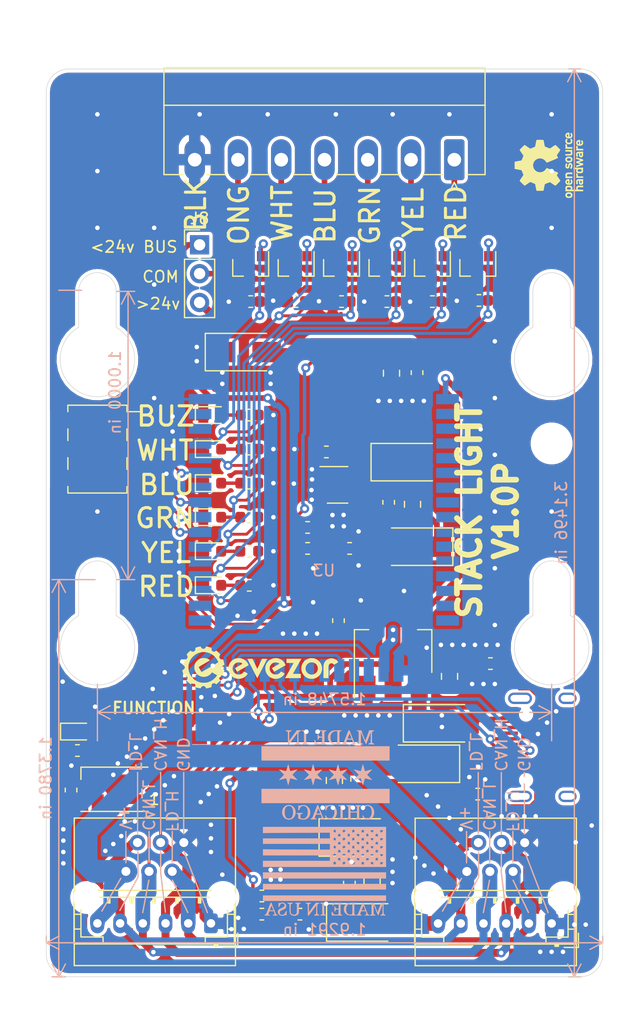
<source format=kicad_pcb>
(kicad_pcb (version 20171130) (host pcbnew "(5.1.5)-3")
  (layers (0 F.Cu signal) (31 B.Cu signal) (34 B.Paste user) (35 F.Paste user) (36 B.SilkS user) (37 F.SilkS user) (38 B.Mask user) (39 F.Mask user) (44 Edge.Cuts user))
  (net 0 "")
  (net 1 "Net-(C1-Pad2)")
  (net 2 "Net-(C1-Pad1)")
  (net 3 "Net-(C2-Pad2)")
  (net 4 GND)
  (net 5 /CAN_H)
  (net 6 /CAN_L)
  (net 7 +3V3)
  (net 8 /FD_H)
  (net 9 /FD_L)
  (net 10 "Net-(D3-Pad1)")
  (net 11 /RESET)
  (net 12 "Net-(U3-Pad22)")
  (net 13 "Net-(U3-Pad23)")
  (net 14 "Net-(U3-Pad16)")
  (net 15 "Net-(U3-Pad28)")
  (net 16 "Net-(U3-Pad15)")
  (net 17 "Net-(U3-Pad14)")
  (net 18 "Net-(U3-Pad13)")
  (net 19 "Net-(U3-Pad12)")
  (net 20 "Net-(U3-Pad11)")
  (net 21 "Net-(U3-Pad10)")
  (net 22 "Net-(U3-Pad9)")
  (net 23 "Net-(U3-Pad8)")
  (net 24 "Net-(U3-Pad7)")
  (net 25 "Net-(U3-Pad6)")
  (net 26 "Net-(U3-Pad5)")
  (net 27 "Net-(U3-Pad29)")
  (net 28 "Net-(U3-Pad37)")
  (net 29 /NEO_STATUS)
  (net 30 "Net-(U3-Pad3)")
  (net 31 "Net-(U3-Pad4)")
  (net 32 "Net-(J1-PadA8)")
  (net 33 "Net-(J1-PadB8)")
  (net 34 "Net-(C3-Pad1)")
  (net 35 /BOOT)
  (net 36 /D+)
  (net 37 /CC2)
  (net 38 /D-)
  (net 39 /CC1)
  (net 40 /VREG_OUT)
  (net 41 /USB_VCC)
  (net 42 /FUNCTION_BUTTON)
  (net 43 "Net-(C8-Pad1)")
  (net 44 /HBT_LED)
  (net 45 "Net-(D6-Pad1)")
  (net 46 VBUS)
  (net 47 "Net-(C11-Pad2)")
  (net 48 "Net-(C11-Pad1)")
  (net 49 "Net-(C12-Pad2)")
  (net 50 "Net-(C13-Pad1)")
  (net 51 "Net-(D7-Pad2)")
  (net 52 "Net-(D8-Pad2)")
  (net 53 "Net-(D9-Pad2)")
  (net 54 "Net-(D10-Pad2)")
  (net 55 "Net-(D11-Pad2)")
  (net 56 "Net-(D12-Pad2)")
  (net 57 "Net-(D15-Pad1)")
  (net 58 /LAYER1_RED)
  (net 59 /LAYER2_YEL)
  (net 60 /LAYER3_GRN)
  (net 61 /LAYER4_BLU)
  (net 62 /LAYER5_WHT)
  (net 63 /BUZZER_ONG)
  (net 64 Vdrive)
  (net 65 /RED)
  (net 66 /YEL)
  (net 67 /GRN)
  (net 68 /BLU)
  (net 69 /WHT)
  (net 70 /BUZ)
  (net 71 "Net-(C12-Pad1)")
  (net 72 /OLED_SCL)
  (net 73 /OLED_SDA)
  (net 74 "Net-(U3-Pad42)")
  (net 75 "Net-(U3-Pad41)")
  (module Connector_PinSocket_2.54mm:PinSocket_2x03_P2.54mm_Vertical_SMD (layer F.Cu) (at 105 104.5)
    (fp_text reference J6)
    (fp_text value Conn_02x03_Odd_Even)
    (pad 6 smd rect (at -2.52 2.54) (size 3 1) (layers F.Cu F.Paste F.Mask) (net 7 +3V3))
    (pad 5 smd rect (at 2.52 2.54) (size 3 1) (layers F.Cu F.Paste F.Mask) (net 72 /OLED_SCL))
    (pad 4 smd rect (at -2.52 0) (size 3 1) (layers F.Cu F.Paste F.Mask) (net 73 /OLED_SDA))
    (pad 3 smd rect (at 2.52 0) (size 3 1) (layers F.Cu F.Paste F.Mask) (net 35 /BOOT))
    (pad 2 smd rect (at -2.52 -2.54) (size 3 1) (layers F.Cu F.Paste F.Mask) (net 11 /RESET))
    (pad 1 smd rect (at 2.52 -2.54) (size 3 1) (layers F.Cu F.Paste F.Mask) (net 4 GND))
  )
  (module Evezor_extras:OLED_STANDOFF (layer F.Cu) (at 145 104)
    (fp_text reference H1)
    (fp_text value MountingHole)
    (pad "" np_thru_hole circle (at 0 0) (size 3.1 3.1) (drill 3.1) (layers *.Cu *.Mask))
  )
  (module Symbol:OSHW-Logo_5.7x6mm_SilkScreen (layer F.Cu) (at 144.76 79.5 90)
    (fp_text reference REF** hide)
    (fp_text value OSHW-Logo_5.7x6mm_SilkScreen hide)
  )
  (module EvezorLIB:EDGE_STAMP (layer B.Cu) (at 124.94 123.6 180)
    (fp_text reference U3 (at 0 8.4) (layer B.SilkS) (effects (justify mirror)))
    (fp_text value EDGE_STM32F405_CPU_V1)
    (pad 43 smd custom (at 10.9 23.5 90) (size 0.9 2) (layers B.Cu B.Paste B.Mask) (net 4 GND) (options (clearance outline) (anchor rect)) (primitives))
    (pad 42 smd custom (at 10.9 22.2 90) (size 0.9 2) (layers B.Cu B.Paste B.Mask) (net 74 "Net-(U3-Pad42)") (options (clearance outline) (anchor rect)) (primitives))
    (pad 41 smd custom (at 10.9 20.9 90) (size 0.9 2) (layers B.Cu B.Paste B.Mask) (net 75 "Net-(U3-Pad41)") (options (clearance outline) (anchor rect)) (primitives))
    (pad 40 smd custom (at 10.9 19.6 90) (size 0.9 2) (layers B.Cu B.Paste B.Mask) (net 70 /BUZ) (options (clearance outline) (anchor rect)) (primitives))
    (pad 39 smd custom (at 10.9 18.3 90) (size 0.9 2) (layers B.Cu B.Paste B.Mask) (net 69 /WHT) (options (clearance outline) (anchor rect)) (primitives))
    (pad 38 smd custom (at 10.9 17 90) (size 0.9 2) (layers B.Cu B.Paste B.Mask) (net 11 /RESET) (options (clearance outline) (anchor rect)) (primitives))
    (pad 37 smd custom (at 10.9 15.7 90) (size 0.9 2) (layers B.Cu B.Paste B.Mask) (net 28 "Net-(U3-Pad37)") (options (clearance outline) (anchor rect)) (primitives))
    (pad 36 smd custom (at 10.9 14.4 90) (size 0.9 2) (layers B.Cu B.Paste B.Mask) (net 35 /BOOT) (options (clearance outline) (anchor rect)) (primitives))
    (pad 35 smd custom (at 10.9 13.1 90) (size 0.9 2) (layers B.Cu B.Paste B.Mask) (net 73 /OLED_SDA) (options (clearance outline) (anchor rect)) (primitives))
    (pad 34 smd custom (at 10.9 11.8 90) (size 0.9 2) (layers B.Cu B.Paste B.Mask) (net 72 /OLED_SCL) (options (clearance outline) (anchor rect)) (primitives))
    (pad 33 smd custom (at 10.9 10.5 90) (size 0.9 2) (layers B.Cu B.Paste B.Mask) (net 68 /BLU) (options (clearance outline) (anchor rect)) (primitives))
    (pad 32 smd custom (at 10.9 9.2 90) (size 0.9 2) (layers B.Cu B.Paste B.Mask) (net 67 /GRN) (options (clearance outline) (anchor rect)) (primitives))
    (pad 31 smd custom (at 10.9 7.9 90) (size 0.9 2) (layers B.Cu B.Paste B.Mask) (net 66 /YEL) (options (clearance outline) (anchor rect)) (primitives))
    (pad 30 smd custom (at 10.9 6.6 90) (size 0.9 2) (layers B.Cu B.Paste B.Mask) (net 65 /RED) (options (clearance outline) (anchor rect)) (primitives))
    (pad 29 smd custom (at 10.9 5.3 90) (size 0.9 2) (layers B.Cu B.Paste B.Mask) (net 27 "Net-(U3-Pad29)") (options (clearance outline) (anchor rect)) (primitives))
    (pad 1 smd custom (at -10.9 23.5 90) (size 0.9 2) (layers B.Cu B.Paste B.Mask) (net 7 +3V3) (options (clearance outline) (anchor rect)) (primitives))
    (pad 2 smd custom (at -10.9 22.2 90) (size 0.9 2) (layers B.Cu B.Paste B.Mask) (net 4 GND) (options (clearance outline) (anchor rect)) (primitives))
    (pad 3 smd custom (at -10.9 20.9 90) (size 0.9 2) (layers B.Cu B.Paste B.Mask) (net 30 "Net-(U3-Pad3)") (options (clearance outline) (anchor rect)) (primitives))
    (pad 4 smd custom (at -10.9 19.6 90) (size 0.9 2) (layers B.Cu B.Paste B.Mask) (net 31 "Net-(U3-Pad4)") (options (clearance outline) (anchor rect)) (primitives))
    (pad 5 smd custom (at -10.9 18.3 90) (size 0.9 2) (layers B.Cu B.Paste B.Mask) (net 26 "Net-(U3-Pad5)") (options (clearance outline) (anchor rect)) (primitives))
    (pad 6 smd custom (at -10.9 17 90) (size 0.9 2) (layers B.Cu B.Paste B.Mask) (net 25 "Net-(U3-Pad6)") (options (clearance outline) (anchor rect)) (primitives))
    (pad 7 smd custom (at -10.9 15.7 90) (size 0.9 2) (layers B.Cu B.Paste B.Mask) (net 24 "Net-(U3-Pad7)") (options (clearance outline) (anchor rect)) (primitives))
    (pad 8 smd custom (at -10.9 14.4 90) (size 0.9 2) (layers B.Cu B.Paste B.Mask) (net 23 "Net-(U3-Pad8)") (options (clearance outline) (anchor rect)) (primitives))
    (pad 9 smd custom (at -10.9 13.1 90) (size 0.9 2) (layers B.Cu B.Paste B.Mask) (net 22 "Net-(U3-Pad9)") (options (clearance outline) (anchor rect)) (primitives))
    (pad 10 smd custom (at -10.9 11.8 90) (size 0.9 2) (layers B.Cu B.Paste B.Mask) (net 21 "Net-(U3-Pad10)") (options (clearance outline) (anchor rect)) (primitives))
    (pad 11 smd custom (at -10.9 10.5 90) (size 0.9 2) (layers B.Cu B.Paste B.Mask) (net 20 "Net-(U3-Pad11)") (options (clearance outline) (anchor rect)) (primitives))
    (pad 12 smd custom (at -10.9 9.2 90) (size 0.9 2) (layers B.Cu B.Paste B.Mask) (net 19 "Net-(U3-Pad12)") (options (clearance outline) (anchor rect)) (primitives))
    (pad 13 smd custom (at -10.9 7.9 90) (size 0.9 2) (layers B.Cu B.Paste B.Mask) (net 18 "Net-(U3-Pad13)") (options (clearance outline) (anchor rect)) (primitives))
    (pad 14 smd custom (at -10.9 6.6 90) (size 0.9 2) (layers B.Cu B.Paste B.Mask) (net 17 "Net-(U3-Pad14)") (options (clearance outline) (anchor rect)) (primitives))
    (pad 15 smd custom (at -10.9 5.3 90) (size 0.9 2) (layers B.Cu B.Paste B.Mask) (net 16 "Net-(U3-Pad15)") (options (clearance outline) (anchor rect)) (primitives))
    (pad 28 smd custom (at 10.9 4 90) (size 0.9 2) (layers B.Cu B.Paste B.Mask) (net 15 "Net-(U3-Pad28)") (options (clearance outline) (anchor rect)) (primitives))
    (pad 16 smd custom (at -10.9 4 90) (size 0.9 2) (layers B.Cu B.Paste B.Mask) (net 14 "Net-(U3-Pad16)") (options (clearance outline) (anchor rect)) (primitives))
    (pad 27 smd custom (at 6.5 -0.4 180) (size 0.9 2) (layers B.Cu B.Paste B.Mask) (net 6 /CAN_L) (options (clearance outline) (anchor rect)) (primitives))
    (pad 26 smd custom (at 5.2 -0.4 180) (size 0.9 2) (layers B.Cu B.Paste B.Mask) (net 5 /CAN_H) (options (clearance outline) (anchor rect)) (primitives))
    (pad 25 smd custom (at 3.9 -0.4 180) (size 0.9 2) (layers B.Cu B.Paste B.Mask) (net 36 /D+) (options (clearance outline) (anchor rect)) (primitives))
    (pad 24 smd custom (at 2.6 -0.4 180) (size 0.9 2) (layers B.Cu B.Paste B.Mask) (net 38 /D-) (options (clearance outline) (anchor rect)) (primitives))
    (pad 23 smd custom (at 1.3 -0.4 180) (size 0.9 2) (layers B.Cu B.Paste B.Mask) (net 13 "Net-(U3-Pad23)") (options (clearance outline) (anchor rect)) (primitives))
    (pad 22 smd custom (at -0.06 -0.4 180) (size 0.9 2) (layers B.Cu B.Paste B.Mask) (net 12 "Net-(U3-Pad22)") (options (clearance outline) (anchor rect)) (primitives))
    (pad 21 smd custom (at -1.36 -0.4 180) (size 0.9 2) (layers B.Cu B.Paste B.Mask) (net 42 /FUNCTION_BUTTON) (options (clearance outline) (anchor rect)) (primitives))
    (pad 20 smd custom (at -2.66 -0.4 180) (size 0.9 2) (layers B.Cu B.Paste B.Mask) (net 44 /HBT_LED) (options (clearance outline) (anchor rect)) (primitives))
    (pad 19 smd custom (at -3.96 -0.4 180) (size 0.9 2) (layers B.Cu B.Paste B.Mask) (net 29 /NEO_STATUS) (options (clearance outline) (anchor rect)) (primitives))
    (pad 18 smd custom (at -5.26 -0.4 180) (size 0.9 2) (layers B.Cu B.Paste B.Mask) (net 7 +3V3) (options (clearance outline) (anchor rect)) (primitives))
    (pad 17 smd custom (at -6.56 -0.4 180) (size 0.9 2) (layers B.Cu B.Paste B.Mask) (net 4 GND) (options (clearance outline) (anchor rect)) (primitives))
  )
  (module Evezor_extras:MADE_IN_CHICAGO (layer B.Cu) (at 125.1 133.2 180)
    (fp_text reference G*** hide)
    (fp_text value LOGO hide)
  )
  (module "Evezor_extras:MADE IN USA" (layer B.Cu) (at 125 141.7 180)
    (fp_text reference G*** hide)
    (fp_text value LOGO hide)
  )
  (module EvezorLIB:LOGO_37 (layer F.Cu) (at 114.33 123.73)
    (fp_text reference G*** hide)
    (fp_text value LOGO hide)
  )
  (module EvezorLIB:evezor_18 (layer F.Cu) (at 121.37 123.83)
    (fp_text reference G*** hide)
    (fp_text value LOGO hide)
  )
  (module LED_SMD:LED_SK6812MINI_PLCC4_3.5x3.5mm_P1.75mm (layer F.Cu) (at 106.5 134.475 180)
    (fp_text reference D6)
    (fp_text value SK6812MINI)
    (fp_text user 1 (at -3.5 -0.875) (layer F.SilkS))
    (pad 1 smd rect (at -1.75 -0.875 180) (size 1.6 0.85) (layers F.Cu F.Paste F.Mask) (net 45 "Net-(D6-Pad1)"))
    (pad 2 smd rect (at -1.75 0.875 180) (size 1.6 0.85) (layers F.Cu F.Paste F.Mask) (net 4 GND))
    (pad 4 smd rect (at 1.75 -0.875 180) (size 1.6 0.85) (layers F.Cu F.Paste F.Mask) (net 7 +3V3))
    (pad 3 smd rect (at 1.75 0.875 180) (size 1.6 0.85) (layers F.Cu F.Paste F.Mask) (net 29 /NEO_STATUS))
  )
  (module EvezorLIB:USB_C_Receptacle_HRO_TYPE-C-31-M-12 (layer F.Cu) (at 145.35 130.78 90)
    (fp_text reference J1)
    (fp_text value USB_C_Receptacle_USB2.0)
    (pad B1 smd rect (at 3.25 -4.045 90) (size 0.6 1.45) (layers F.Cu F.Paste F.Mask) (net 4 GND))
    (pad A9 smd rect (at 2.45 -4.045 90) (size 0.6 1.45) (layers F.Cu F.Paste F.Mask) (net 41 /USB_VCC))
    (pad B9 smd rect (at -2.45 -4.045 90) (size 0.6 1.45) (layers F.Cu F.Paste F.Mask) (net 41 /USB_VCC))
    (pad B12 smd rect (at -3.25 -4.045 90) (size 0.6 1.45) (layers F.Cu F.Paste F.Mask) (net 4 GND))
    (pad A1 smd rect (at -3.25 -4.045 90) (size 0.6 1.45) (layers F.Cu F.Paste F.Mask) (net 4 GND))
    (pad A4 smd rect (at -2.45 -4.045 90) (size 0.6 1.45) (layers F.Cu F.Paste F.Mask) (net 41 /USB_VCC))
    (pad B4 smd rect (at 2.45 -4.045 90) (size 0.6 1.45) (layers F.Cu F.Paste F.Mask) (net 41 /USB_VCC))
    (pad A12 smd rect (at 3.25 -4.045 90) (size 0.6 1.45) (layers F.Cu F.Paste F.Mask) (net 4 GND))
    (pad B8 smd rect (at -1.75 -4.045 90) (size 0.3 1.45) (layers F.Cu F.Paste F.Mask) (net 33 "Net-(J1-PadB8)"))
    (pad A5 smd rect (at -1.25 -4.045 90) (size 0.3 1.45) (layers F.Cu F.Paste F.Mask) (net 39 /CC1))
    (pad B7 smd rect (at -0.75 -4.045 90) (size 0.3 1.45) (layers F.Cu F.Paste F.Mask) (net 38 /D-))
    (pad A7 smd rect (at 0.25 -4.045 90) (size 0.3 1.45) (layers F.Cu F.Paste F.Mask) (net 38 /D-))
    (pad B6 smd rect (at 0.75 -4.045 90) (size 0.3 1.45) (layers F.Cu F.Paste F.Mask) (net 36 /D+))
    (pad A8 smd rect (at 1.25 -4.045 90) (size 0.3 1.45) (layers F.Cu F.Paste F.Mask) (net 32 "Net-(J1-PadA8)"))
    (pad B5 smd rect (at 1.75 -4.045 90) (size 0.3 1.45) (layers F.Cu F.Paste F.Mask) (net 37 /CC2))
    (pad A6 smd rect (at -0.25 -4.045 90) (size 0.3 1.45) (layers F.Cu F.Paste F.Mask) (net 36 /D+))
    (pad "" thru_hole oval (at 4.32 -3.13 90) (size 1 2.1) (drill oval 0.6 1.7) (layers *.Cu *.Mask))
    (pad "" thru_hole oval (at -4.32 -3.13 90) (size 1 2.1) (drill oval 0.6 1.7) (layers *.Cu *.Mask))
    (pad "" np_thru_hole circle (at -2.89 -2.6 90) (size 0.65 0.65) (drill 0.65) (layers *.Cu *.Mask))
    (pad "" thru_hole oval (at -4.32 1.05 90) (size 1 1.6) (drill oval 0.6 1.2) (layers *.Cu *.Mask))
    (pad "" np_thru_hole circle (at 2.89 -2.6 90) (size 0.65 0.65) (drill 0.65) (layers *.Cu *.Mask))
    (pad "" thru_hole oval (at 4.32 1.05 90) (size 1 1.6) (drill oval 0.6 1.2) (layers *.Cu *.Mask))
  )
  (module Capacitor_SMD:C_0603_1608Metric (layer F.Cu) (at 102.68 134.5425 270)
    (fp_text reference C9)
    (fp_text value C_Small)
    (pad 2 smd roundrect (at 0.7875 0 270) (size 0.875 0.95) (layers F.Cu F.Paste F.Mask) (net 7 +3V3))
    (pad 1 smd roundrect (at -0.7875 0 270) (size 0.875 0.95) (layers F.Cu F.Paste F.Mask) (net 4 GND))
  )
  (module Connector_JST:JST_PH_B6B-PH-K_1x06_P2.00mm_Vertical (layer F.Cu) (at 115 146.29 180)
    (fp_text reference J5)
    (fp_text value PH)
    (pad 6 thru_hole oval (at 10 0 180) (size 1.2 1.75) (drill 0.75) (layers *.Cu *.Mask) (net 46 VBUS))
    (pad 5 thru_hole oval (at 8 0 180) (size 1.2 1.75) (drill 0.75) (layers *.Cu *.Mask) (net 9 /FD_L))
    (pad 4 thru_hole oval (at 6 0 180) (size 1.2 1.75) (drill 0.75) (layers *.Cu *.Mask) (net 6 /CAN_L))
    (pad 3 thru_hole oval (at 4 0 180) (size 1.2 1.75) (drill 0.75) (layers *.Cu *.Mask) (net 5 /CAN_H))
    (pad 2 thru_hole oval (at 2 0 180) (size 1.2 1.75) (drill 0.75) (layers *.Cu *.Mask) (net 8 /FD_H))
    (pad 1 thru_hole roundrect (at 0 0 180) (size 1.2 1.75) (drill 0.75) (layers *.Cu *.Mask) (roundrect_rratio 0.208333) (net 4 GND))
  )
  (module Capacitor_SMD:C_0603_1608Metric (layer F.Cu) (at 127.83 133.5975 270)
    (fp_text reference C5)
    (fp_text value .1uF)
    (pad 2 smd roundrect (at 0.7875 0 270) (size 0.875 0.95) (layers F.Cu F.Paste F.Mask) (net 4 GND))
    (pad 1 smd roundrect (at -0.7875 0 270) (size 0.875 0.95) (layers F.Cu F.Paste F.Mask) (net 40 /VREG_OUT))
  )
  (module Capacitor_SMD:C_0805_2012Metric (layer F.Cu) (at 125.87 133.7 270)
    (fp_text reference C6)
    (fp_text value 22uF)
    (pad 2 smd roundrect (at 0.9375 0 270) (size 0.975 1.4) (layers F.Cu F.Paste F.Mask) (net 4 GND))
    (pad 1 smd roundrect (at -0.9375 0 270) (size 0.975 1.4) (layers F.Cu F.Paste F.Mask) (net 40 /VREG_OUT))
  )
  (module Capacitor_SMD:C_0603_1608Metric (layer F.Cu) (at 122.5625 139.71 180)
    (fp_text reference C1)
    (fp_text value .1uF)
    (pad 2 smd roundrect (at 0.7875 0 180) (size 0.875 0.95) (layers F.Cu F.Paste F.Mask) (net 1 "Net-(C1-Pad2)"))
    (pad 1 smd roundrect (at -0.7875 0 180) (size 0.875 0.95) (layers F.Cu F.Paste F.Mask) (net 2 "Net-(C1-Pad1)"))
  )
  (module Capacitor_SMD:C_0603_1608Metric (layer F.Cu) (at 119.4825 143.88)
    (fp_text reference C2)
    (fp_text value .1uF)
    (pad 2 smd roundrect (at 0.7875 0) (size 0.875 0.95) (layers F.Cu F.Paste F.Mask) (net 3 "Net-(C2-Pad2)"))
    (pad 1 smd roundrect (at -0.7875 0) (size 0.875 0.95) (layers F.Cu F.Paste F.Mask) (net 40 /VREG_OUT))
  )
  (module Capacitor_SMD:C_0805_2012Metric (layer F.Cu) (at 129.19 142.5975 90)
    (fp_text reference C4)
    (fp_text value 4.7uF)
    (pad 2 smd roundrect (at 0.9375 0 90) (size 0.975 1.4) (layers F.Cu F.Paste F.Mask) (net 4 GND))
    (pad 1 smd roundrect (at -0.9375 0 90) (size 0.975 1.4) (layers F.Cu F.Paste F.Mask) (net 34 "Net-(C3-Pad1)"))
  )
  (module EvezorLIB:RJ11_C189747_Horizontal (layer F.Cu) (at 140.079999 141.719999 180)
    (fp_text reference J2)
    (fp_text value RJ11)
    (pad "" np_thru_hole circle (at 6 -2.3) (size 2.3 2.3) (drill 2.3) (layers *.Cu *.Mask))
    (pad "" np_thru_hole circle (at -6 -2.3 180) (size 2.3 2.3) (drill 2.3) (layers *.Cu *.Mask))
    (pad 5 thru_hole circle (at 1.53 2.54 180) (size 1.39 1.39) (drill 0.79) (layers *.Cu *.Mask) (net 9 /FD_L))
    (pad 3 thru_hole circle (at -0.51 2.54 180) (size 1.39 1.39) (drill 0.79) (layers *.Cu *.Mask) (net 5 /CAN_H))
    (pad 1 thru_hole circle (at -2.55 2.54 180) (size 1.39 1.39) (drill 0.79) (layers *.Cu *.Mask) (net 4 GND))
    (pad 6 thru_hole circle (at 2.55 0 180) (size 1.39 1.39) (drill 0.79) (layers *.Cu *.Mask) (net 46 VBUS))
    (pad 4 thru_hole circle (at 0.51 0 180) (size 1.39 1.39) (drill 0.79) (layers *.Cu *.Mask) (net 6 /CAN_L))
    (pad 2 thru_hole circle (at -1.53 0 180) (size 1.39 1.39) (drill 0.79) (layers *.Cu *.Mask) (net 8 /FD_H))
  )
  (module EvezorLIB:RJ11_C189747_Horizontal (layer F.Cu) (at 110.059999 141.709999 180)
    (fp_text reference J3)
    (fp_text value RJ11)
    (pad "" np_thru_hole circle (at 6 -2.3) (size 2.3 2.3) (drill 2.3) (layers *.Cu *.Mask))
    (pad "" np_thru_hole circle (at -6 -2.3 180) (size 2.3 2.3) (drill 2.3) (layers *.Cu *.Mask))
    (pad 5 thru_hole circle (at 1.53 2.54 180) (size 1.39 1.39) (drill 0.79) (layers *.Cu *.Mask) (net 9 /FD_L))
    (pad 3 thru_hole circle (at -0.51 2.54 180) (size 1.39 1.39) (drill 0.79) (layers *.Cu *.Mask) (net 5 /CAN_H))
    (pad 1 thru_hole circle (at -2.55 2.54 180) (size 1.39 1.39) (drill 0.79) (layers *.Cu *.Mask) (net 4 GND))
    (pad 6 thru_hole circle (at 2.55 0 180) (size 1.39 1.39) (drill 0.79) (layers *.Cu *.Mask) (net 46 VBUS))
    (pad 4 thru_hole circle (at 0.51 0 180) (size 1.39 1.39) (drill 0.79) (layers *.Cu *.Mask) (net 6 /CAN_L))
    (pad 2 thru_hole circle (at -1.53 0 180) (size 1.39 1.39) (drill 0.79) (layers *.Cu *.Mask) (net 8 /FD_H))
  )
  (module Connector_JST:JST_PH_B6B-PH-K_1x06_P2.00mm_Vertical (layer F.Cu) (at 145 146.3 180)
    (fp_text reference J4)
    (fp_text value PH)
    (pad 6 thru_hole oval (at 10 0 180) (size 1.2 1.75) (drill 0.75) (layers *.Cu *.Mask) (net 46 VBUS))
    (pad 5 thru_hole oval (at 8 0 180) (size 1.2 1.75) (drill 0.75) (layers *.Cu *.Mask) (net 9 /FD_L))
    (pad 4 thru_hole oval (at 6 0 180) (size 1.2 1.75) (drill 0.75) (layers *.Cu *.Mask) (net 6 /CAN_L))
    (pad 3 thru_hole oval (at 4 0 180) (size 1.2 1.75) (drill 0.75) (layers *.Cu *.Mask) (net 5 /CAN_H))
    (pad 2 thru_hole oval (at 2 0 180) (size 1.2 1.75) (drill 0.75) (layers *.Cu *.Mask) (net 8 /FD_H))
    (pad 1 thru_hole roundrect (at 0 0 180) (size 1.2 1.75) (drill 0.75) (layers *.Cu *.Mask) (roundrect_rratio 0.208333) (net 4 GND))
  )
  (module Resistor_SMD:R_0603_1608Metric (layer F.Cu) (at 122.8375 145.48 180)
    (fp_text reference R1)
    (fp_text value 15k)
    (pad 2 smd roundrect (at 0.7875 0 180) (size 0.875 0.95) (layers F.Cu F.Paste F.Mask) (net 3 "Net-(C2-Pad2)"))
    (pad 1 smd roundrect (at -0.7875 0 180) (size 0.875 0.95) (layers F.Cu F.Paste F.Mask) (net 4 GND))
  )
  (module Resistor_SMD:R_0603_1608Metric (layer F.Cu) (at 119.4825 145.48)
    (fp_text reference R2)
    (fp_text value 82k)
    (pad 2 smd roundrect (at 0.7875 0) (size 0.875 0.95) (layers F.Cu F.Paste F.Mask) (net 3 "Net-(C2-Pad2)"))
    (pad 1 smd roundrect (at -0.7875 0) (size 0.875 0.95) (layers F.Cu F.Paste F.Mask) (net 40 /VREG_OUT))
  )
  (module Package_TO_SOT_SMD:SOT-23-6 (layer F.Cu) (at 123.65 142.46)
    (fp_text reference U1)
    (fp_text value SY8401ABC)
    (pad 5 smd rect (at 1.1 0) (size 1.06 0.65) (layers F.Cu F.Paste F.Mask) (net 34 "Net-(C3-Pad1)"))
    (pad 6 smd rect (at 1.1 -0.95) (size 1.06 0.65) (layers F.Cu F.Paste F.Mask) (net 2 "Net-(C1-Pad1)"))
    (pad 4 smd rect (at 1.1 0.95) (size 1.06 0.65) (layers F.Cu F.Paste F.Mask) (net 34 "Net-(C3-Pad1)"))
    (pad 3 smd rect (at -1.1 0.95) (size 1.06 0.65) (layers F.Cu F.Paste F.Mask) (net 3 "Net-(C2-Pad2)"))
    (pad 2 smd rect (at -1.1 0) (size 1.06 0.65) (layers F.Cu F.Paste F.Mask) (net 4 GND))
    (pad 1 smd rect (at -1.1 -0.95) (size 1.06 0.65) (layers F.Cu F.Paste F.Mask) (net 1 "Net-(C1-Pad2)"))
  )
  (module Capacitor_SMD:C_0603_1608Metric (layer F.Cu) (at 127.19 142.7475 90)
    (fp_text reference C3)
    (fp_text value .1uF)
    (pad 2 smd roundrect (at 0.7875 0 90) (size 0.875 0.95) (layers F.Cu F.Paste F.Mask) (net 4 GND))
    (pad 1 smd roundrect (at -0.7875 0 90) (size 0.875 0.95) (layers F.Cu F.Paste F.Mask) (net 34 "Net-(C3-Pad1)"))
  )
  (module Diode_SMD:D_SMA (layer F.Cu) (at 127.92 138.72)
    (fp_text reference D1)
    (fp_text value SX35_SCHOTTKY)
    (pad 2 smd rect (at 2 0) (size 2.5 1.8) (layers F.Cu F.Paste F.Mask) (net 4 GND))
    (pad 1 smd rect (at -2 0) (size 2.5 1.8) (layers F.Cu F.Paste F.Mask) (net 2 "Net-(C1-Pad1)"))
  )
  (module LED_SMD:LED_0603_1608Metric (layer F.Cu) (at 103.2425 129.39)
    (fp_text reference D3)
    (fp_text value LED)
    (pad 2 smd roundrect (at 0.7875 0) (size 0.875 0.95) (layers F.Cu F.Paste F.Mask) (net 44 /HBT_LED))
    (pad 1 smd roundrect (at -0.7875 0) (size 0.875 0.95) (layers F.Cu F.Paste F.Mask) (net 10 "Net-(D3-Pad1)"))
  )
  (module EvezorLIB:INDUCTOR_7.5X6.6_GCDA0630-220MC (layer F.Cu) (at 120.84 134.845 90)
    (fp_text reference L1)
    (fp_text value 22uH)
    (pad 2 smd rect (at 2.695 0 90) (size 1.98 3.43) (layers F.Cu F.Paste F.Mask) (net 40 /VREG_OUT))
    (pad 1 smd rect (at -2.695 0 90) (size 1.98 3.43) (layers F.Cu F.Paste F.Mask) (net 2 "Net-(C1-Pad1)"))
  )
  (module Resistor_SMD:R_0603_1608Metric (layer F.Cu) (at 103.2425 131.06 180)
    (fp_text reference R5)
    (fp_text value 15k)
    (pad 2 smd roundrect (at 0.7875 0 180) (size 0.875 0.95) (layers F.Cu F.Paste F.Mask) (net 10 "Net-(D3-Pad1)"))
    (pad 1 smd roundrect (at -0.7875 0 180) (size 0.875 0.95) (layers F.Cu F.Paste F.Mask) (net 4 GND))
  )
  (module Package_TO_SOT_SMD:SOT-223-3_TabPin2 (layer F.Cu) (at 131.04 122.32 90)
    (fp_text reference U2)
    (fp_text value AMS1117-3.3)
    (pad 1 smd rect (at -3.15 -2.3 90) (size 2 1.5) (layers F.Cu F.Paste F.Mask) (net 4 GND))
    (pad 3 smd rect (at -3.15 2.3 90) (size 2 1.5) (layers F.Cu F.Paste F.Mask) (net 43 "Net-(C8-Pad1)"))
    (pad 2 smd rect (at -3.15 0 90) (size 2 1.5) (layers F.Cu F.Paste F.Mask) (net 7 +3V3))
    (pad 2 smd rect (at 3.15 0 90) (size 2 3.8) (layers F.Cu F.Paste F.Mask) (net 7 +3V3))
  )
  (module Diode_SMD:D_SMA (layer F.Cu) (at 128.58 146.21)
    (fp_text reference D2)
    (fp_text value SX35_SCHOTTKY)
    (pad 1 smd rect (at -2 0) (size 2.5 1.8) (layers F.Cu F.Paste F.Mask) (net 34 "Net-(C3-Pad1)"))
    (pad 2 smd rect (at 2 0) (size 2.5 1.8) (layers F.Cu F.Paste F.Mask) (net 46 VBUS))
  )
  (module Resistor_SMD:R_0603_1608Metric (layer F.Cu) (at 139.6125 123.4 180)
    (fp_text reference R3)
    (fp_text value 5.1k)
    (pad 2 smd roundrect (at 0.7875 0 180) (size 0.875 0.95) (layers F.Cu F.Paste F.Mask) (net 4 GND))
    (pad 1 smd roundrect (at -0.7875 0 180) (size 0.875 0.95) (layers F.Cu F.Paste F.Mask) (net 37 /CC2))
  )
  (module Resistor_SMD:R_0603_1608Metric (layer F.Cu) (at 138.4875 134.9 180)
    (fp_text reference R4)
    (fp_text value 5.1k)
    (pad 1 smd roundrect (at -0.7875 0 180) (size 0.875 0.95) (layers F.Cu F.Paste F.Mask) (net 39 /CC1))
    (pad 2 smd roundrect (at 0.7875 0 180) (size 0.875 0.95) (layers F.Cu F.Paste F.Mask) (net 4 GND))
  )
  (module Diode_SMD:D_SMA (layer F.Cu) (at 135.34 128.66)
    (fp_text reference D4)
    (fp_text value SX35_SCHOTTKY)
    (pad 2 smd rect (at 2 0) (size 2.5 1.8) (layers F.Cu F.Paste F.Mask) (net 41 /USB_VCC))
    (pad 1 smd rect (at -2 0) (size 2.5 1.8) (layers F.Cu F.Paste F.Mask) (net 43 "Net-(C8-Pad1)"))
  )
  (module Diode_SMD:D_SMA (layer F.Cu) (at 133.5 132.23 180)
    (fp_text reference D5)
    (fp_text value SX35_SCHOTTKY)
    (pad 1 smd rect (at -2 0 180) (size 2.5 1.8) (layers F.Cu F.Paste F.Mask) (net 43 "Net-(C8-Pad1)"))
    (pad 2 smd rect (at 2 0 180) (size 2.5 1.8) (layers F.Cu F.Paste F.Mask) (net 40 /VREG_OUT))
  )
  (module EvezorLIB:SWITCH_2x3_SMD_TACTILE_GREEN (layer F.Cu) (at 110.05 129.9 180)
    (fp_text reference SW1)
    (fp_text value SW_Push)
    (pad 1 smd rect (at -3.85 0 180) (size 1.5 1.2) (layers F.Cu F.Paste F.Mask) (net 42 /FUNCTION_BUTTON))
    (pad 2 smd rect (at 3.85 0 180) (size 1.5 1.2) (layers F.Cu F.Paste F.Mask) (net 4 GND))
  )
  (module Capacitor_SMD:C_0805_2012Metric (layer F.Cu) (at 136.01 124.5275 90)
    (fp_text reference C8)
    (fp_text value 10uF)
    (pad 1 smd roundrect (at -0.9375 0 90) (size 0.975 1.4) (layers F.Cu F.Paste F.Mask) (net 43 "Net-(C8-Pad1)"))
    (pad 2 smd roundrect (at 0.9375 0 90) (size 0.975 1.4) (layers F.Cu F.Paste F.Mask) (net 4 GND))
  )
  (module Capacitor_SMD:C_0603_1608Metric (layer F.Cu) (at 126.23 119.6125 270)
    (fp_text reference C10)
    (fp_text value .1uF)
    (pad 1 smd roundrect (at -0.7875 0 270) (size 0.875 0.95) (layers F.Cu F.Paste F.Mask) (net 7 +3V3))
    (pad 2 smd roundrect (at 0.7875 0 270) (size 0.875 0.95) (layers F.Cu F.Paste F.Mask) (net 4 GND))
  )
  (module Capacitor_SMD:C_0603_1608Metric (layer F.Cu) (at 125.1625 104.75 180)
    (fp_text reference C11)
    (fp_text value .1uF)
    (pad 2 smd roundrect (at 0.7875 0 180) (size 0.875 0.95) (layers F.Cu F.Paste F.Mask) (net 47 "Net-(C11-Pad2)"))
    (pad 1 smd roundrect (at -0.7875 0 180) (size 0.875 0.95) (layers F.Cu F.Paste F.Mask) (net 48 "Net-(C11-Pad1)"))
  )
  (module Capacitor_SMD:C_0603_1608Metric (layer F.Cu) (at 123.5125 111.4)
    (fp_text reference C12)
    (fp_text value .1uF)
    (pad 1 smd roundrect (at -0.7875 0) (size 0.875 0.95) (layers F.Cu F.Paste F.Mask) (net 71 "Net-(C12-Pad1)"))
    (pad 2 smd roundrect (at 0.7875 0) (size 0.875 0.95) (layers F.Cu F.Paste F.Mask) (net 49 "Net-(C12-Pad2)"))
  )
  (module Capacitor_SMD:C_0603_1608Metric (layer F.Cu) (at 130.65 109.1875 90)
    (fp_text reference C13)
    (fp_text value .1uF)
    (pad 1 smd roundrect (at -0.7875 0 90) (size 0.875 0.95) (layers F.Cu F.Paste F.Mask) (net 50 "Net-(C13-Pad1)"))
    (pad 2 smd roundrect (at 0.7875 0 90) (size 0.875 0.95) (layers F.Cu F.Paste F.Mask) (net 4 GND))
  )
  (module Capacitor_SMD:C_0805_2012Metric (layer F.Cu) (at 132.75 109.3625 90)
    (fp_text reference C14)
    (fp_text value 4.7uF)
    (pad 2 smd roundrect (at 0.9375 0 90) (size 0.975 1.4) (layers F.Cu F.Paste F.Mask) (net 4 GND))
    (pad 1 smd roundrect (at -0.9375 0 90) (size 0.975 1.4) (layers F.Cu F.Paste F.Mask) (net 50 "Net-(C13-Pad1)"))
  )
  (module Capacitor_SMD:C_0603_1608Metric (layer F.Cu) (at 133.15 97.7625 270)
    (fp_text reference C15)
    (fp_text value .1uF)
    (pad 2 smd roundrect (at 0.7875 0 270) (size 0.875 0.95) (layers F.Cu F.Paste F.Mask) (net 4 GND))
    (pad 1 smd roundrect (at -0.7875 0 270) (size 0.875 0.95) (layers F.Cu F.Paste F.Mask) (net 71 "Net-(C12-Pad1)"))
  )
  (module Capacitor_SMD:C_0805_2012Metric (layer F.Cu) (at 130.9 97.8125 270)
    (fp_text reference C16)
    (fp_text value 22uF)
    (pad 1 smd roundrect (at -0.9375 0 270) (size 0.975 1.4) (layers F.Cu F.Paste F.Mask) (net 71 "Net-(C12-Pad1)"))
    (pad 2 smd roundrect (at 0.9375 0 270) (size 0.975 1.4) (layers F.Cu F.Paste F.Mask) (net 4 GND))
  )
  (module LED_SMD:LED_0603_1608Metric (layer F.Cu) (at 115.1125 116.5)
    (fp_text reference D7)
    (fp_text value LED)
    (pad 1 smd roundrect (at -0.7875 0) (size 0.875 0.95) (layers F.Cu F.Paste F.Mask) (net 4 GND))
    (pad 2 smd roundrect (at 0.7875 0) (size 0.875 0.95) (layers F.Cu F.Paste F.Mask) (net 51 "Net-(D7-Pad2)"))
  )
  (module LED_SMD:LED_0603_1608Metric (layer F.Cu) (at 115.1125 113.5)
    (fp_text reference D8)
    (fp_text value LED)
    (pad 2 smd roundrect (at 0.7875 0) (size 0.875 0.95) (layers F.Cu F.Paste F.Mask) (net 52 "Net-(D8-Pad2)"))
    (pad 1 smd roundrect (at -0.7875 0) (size 0.875 0.95) (layers F.Cu F.Paste F.Mask) (net 4 GND))
  )
  (module LED_SMD:LED_0603_1608Metric (layer F.Cu) (at 115.1125 110.5)
    (fp_text reference D9)
    (fp_text value LED)
    (pad 2 smd roundrect (at 0.7875 0) (size 0.875 0.95) (layers F.Cu F.Paste F.Mask) (net 53 "Net-(D9-Pad2)"))
    (pad 1 smd roundrect (at -0.7875 0) (size 0.875 0.95) (layers F.Cu F.Paste F.Mask) (net 4 GND))
  )
  (module LED_SMD:LED_0603_1608Metric (layer F.Cu) (at 115.1125 107.5)
    (fp_text reference D10)
    (fp_text value LED)
    (pad 1 smd roundrect (at -0.7875 0) (size 0.875 0.95) (layers F.Cu F.Paste F.Mask) (net 4 GND))
    (pad 2 smd roundrect (at 0.7875 0) (size 0.875 0.95) (layers F.Cu F.Paste F.Mask) (net 54 "Net-(D10-Pad2)"))
  )
  (module LED_SMD:LED_0603_1608Metric (layer F.Cu) (at 115.1125 104.5)
    (fp_text reference D11)
    (fp_text value LED)
    (pad 2 smd roundrect (at 0.7875 0) (size 0.875 0.95) (layers F.Cu F.Paste F.Mask) (net 55 "Net-(D11-Pad2)"))
    (pad 1 smd roundrect (at -0.7875 0) (size 0.875 0.95) (layers F.Cu F.Paste F.Mask) (net 4 GND))
  )
  (module LED_SMD:LED_0603_1608Metric (layer F.Cu) (at 115.1125 101.5)
    (fp_text reference D12)
    (fp_text value LED)
    (pad 1 smd roundrect (at -0.7875 0) (size 0.875 0.95) (layers F.Cu F.Paste F.Mask) (net 4 GND))
    (pad 2 smd roundrect (at 0.7875 0) (size 0.875 0.95) (layers F.Cu F.Paste F.Mask) (net 56 "Net-(D12-Pad2)"))
  )
  (module Diode_SMD:D_SMA (layer F.Cu) (at 132.5 105.65)
    (fp_text reference D13)
    (fp_text value SX35_SCHOTTKY)
    (pad 1 smd rect (at -2 0) (size 2.5 1.8) (layers F.Cu F.Paste F.Mask) (net 48 "Net-(C11-Pad1)"))
    (pad 2 smd rect (at 2 0) (size 2.5 1.8) (layers F.Cu F.Paste F.Mask) (net 4 GND))
  )
  (module Diode_SMD:D_SMA (layer F.Cu) (at 132.9 113.1 180)
    (fp_text reference D14)
    (fp_text value SX35_SCHOTTKY)
    (pad 2 smd rect (at 2 0 180) (size 2.5 1.8) (layers F.Cu F.Paste F.Mask) (net 46 VBUS))
    (pad 1 smd rect (at -2 0 180) (size 2.5 1.8) (layers F.Cu F.Paste F.Mask) (net 50 "Net-(C13-Pad1)"))
  )
  (module Diode_SMD:D_SMA (layer F.Cu) (at 117.9 95.95)
    (fp_text reference D15)
    (fp_text value SX35_SCHOTTKY)
    (pad 1 smd rect (at -2 0) (size 2.5 1.8) (layers F.Cu F.Paste F.Mask) (net 57 "Net-(D15-Pad1)"))
    (pad 2 smd rect (at 2 0) (size 2.5 1.8) (layers F.Cu F.Paste F.Mask) (net 71 "Net-(C12-Pad1)"))
  )
  (module Connector_Phoenix_MC:PhoenixContact_MC_1,5_7-G-3.81_1x07_P3.81mm_Horizontal (layer F.Cu) (at 136.43 79 180)
    (fp_text reference J7)
    (fp_text value Conn_01x07)
    (pad 1 thru_hole roundrect (at 0 0 180) (size 1.8 3.6) (drill 1.2) (layers *.Cu *.Mask) (roundrect_rratio 0.138889) (net 58 /LAYER1_RED))
    (pad 2 thru_hole oval (at 3.81 0 180) (size 1.8 3.6) (drill 1.2) (layers *.Cu *.Mask) (net 59 /LAYER2_YEL))
    (pad 3 thru_hole oval (at 7.62 0 180) (size 1.8 3.6) (drill 1.2) (layers *.Cu *.Mask) (net 60 /LAYER3_GRN))
    (pad 4 thru_hole oval (at 11.43 0 180) (size 1.8 3.6) (drill 1.2) (layers *.Cu *.Mask) (net 61 /LAYER4_BLU))
    (pad 5 thru_hole oval (at 15.24 0 180) (size 1.8 3.6) (drill 1.2) (layers *.Cu *.Mask) (net 62 /LAYER5_WHT))
    (pad 6 thru_hole oval (at 19.05 0 180) (size 1.8 3.6) (drill 1.2) (layers *.Cu *.Mask) (net 63 /BUZZER_ONG))
    (pad 7 thru_hole oval (at 22.86 0 180) (size 1.8 3.6) (drill 1.2) (layers *.Cu *.Mask) (net 4 GND))
  )
  (module Connector_PinHeader_2.54mm:PinHeader_1x03_P2.54mm_Vertical (layer F.Cu) (at 114 86.5)
    (fp_text reference J8 (at 0 -2.33) (layer F.SilkS))
    (fp_text value Conn_01x03)
    (pad 1 thru_hole rect (at 0 0) (size 1.7 1.7) (drill 1) (layers *.Cu *.Mask) (net 46 VBUS))
    (pad 2 thru_hole oval (at 0 2.54) (size 1.7 1.7) (drill 1) (layers *.Cu *.Mask) (net 64 Vdrive))
    (pad 3 thru_hole oval (at 0 5.08) (size 1.7 1.7) (drill 1) (layers *.Cu *.Mask) (net 57 "Net-(D15-Pad1)"))
  )
  (module EvezorLIB:INDUCTOR_7.5X6.6_GCDA0630-220MC (layer F.Cu) (at 125.95 99.555 90)
    (fp_text reference L2)
    (fp_text value 22uH)
    (pad 1 smd rect (at -2.695 0 90) (size 1.98 3.43) (layers F.Cu F.Paste F.Mask) (net 48 "Net-(C11-Pad1)"))
    (pad 2 smd rect (at 2.695 0 90) (size 1.98 3.43) (layers F.Cu F.Paste F.Mask) (net 71 "Net-(C12-Pad1)"))
  )
  (module Package_TO_SOT_SMD:SOT-23 (layer F.Cu) (at 138.5 88.5 270)
    (fp_text reference Q1)
    (fp_text value T2N7002BK,LM‎)
    (pad 1 smd rect (at -1 -0.95 270) (size 0.9 0.8) (layers F.Cu F.Paste F.Mask) (net 65 /RED))
    (pad 2 smd rect (at -1 0.95 270) (size 0.9 0.8) (layers F.Cu F.Paste F.Mask) (net 58 /LAYER1_RED))
    (pad 3 smd rect (at 1 0 270) (size 0.9 0.8) (layers F.Cu F.Paste F.Mask) (net 64 Vdrive))
  )
  (module Package_TO_SOT_SMD:SOT-23 (layer F.Cu) (at 134.5 88.5 270)
    (fp_text reference Q2)
    (fp_text value T2N7002BK,LM‎)
    (pad 3 smd rect (at 1 0 270) (size 0.9 0.8) (layers F.Cu F.Paste F.Mask) (net 64 Vdrive))
    (pad 2 smd rect (at -1 0.95 270) (size 0.9 0.8) (layers F.Cu F.Paste F.Mask) (net 59 /LAYER2_YEL))
    (pad 1 smd rect (at -1 -0.95 270) (size 0.9 0.8) (layers F.Cu F.Paste F.Mask) (net 66 /YEL))
  )
  (module Package_TO_SOT_SMD:SOT-23 (layer F.Cu) (at 130.5 88.5 270)
    (fp_text reference Q3)
    (fp_text value T2N7002BK,LM‎)
    (pad 1 smd rect (at -1 -0.95 270) (size 0.9 0.8) (layers F.Cu F.Paste F.Mask) (net 67 /GRN))
    (pad 2 smd rect (at -1 0.95 270) (size 0.9 0.8) (layers F.Cu F.Paste F.Mask) (net 60 /LAYER3_GRN))
    (pad 3 smd rect (at 1 0 270) (size 0.9 0.8) (layers F.Cu F.Paste F.Mask) (net 64 Vdrive))
  )
  (module Package_TO_SOT_SMD:SOT-23 (layer F.Cu) (at 126.5 88.5 270)
    (fp_text reference Q4)
    (fp_text value T2N7002BK,LM‎)
    (pad 3 smd rect (at 1 0 270) (size 0.9 0.8) (layers F.Cu F.Paste F.Mask) (net 64 Vdrive))
    (pad 2 smd rect (at -1 0.95 270) (size 0.9 0.8) (layers F.Cu F.Paste F.Mask) (net 61 /LAYER4_BLU))
    (pad 1 smd rect (at -1 -0.95 270) (size 0.9 0.8) (layers F.Cu F.Paste F.Mask) (net 68 /BLU))
  )
  (module Package_TO_SOT_SMD:SOT-23 (layer F.Cu) (at 122.5 88.5 270)
    (fp_text reference Q5)
    (fp_text value T2N7002BK,LM‎)
    (pad 3 smd rect (at 1 0 270) (size 0.9 0.8) (layers F.Cu F.Paste F.Mask) (net 64 Vdrive))
    (pad 2 smd rect (at -1 0.95 270) (size 0.9 0.8) (layers F.Cu F.Paste F.Mask) (net 62 /LAYER5_WHT))
    (pad 1 smd rect (at -1 -0.95 270) (size 0.9 0.8) (layers F.Cu F.Paste F.Mask) (net 69 /WHT))
  )
  (module Package_TO_SOT_SMD:SOT-23 (layer F.Cu) (at 118.5 88.5 270)
    (fp_text reference Q6)
    (fp_text value T2N7002BK,LM‎)
    (pad 1 smd rect (at -1 -0.95 270) (size 0.9 0.8) (layers F.Cu F.Paste F.Mask) (net 70 /BUZ))
    (pad 2 smd rect (at -1 0.95 270) (size 0.9 0.8) (layers F.Cu F.Paste F.Mask) (net 63 /BUZZER_ONG))
    (pad 3 smd rect (at 1 0 270) (size 0.9 0.8) (layers F.Cu F.Paste F.Mask) (net 64 Vdrive))
  )
  (module Resistor_SMD:R_0603_1608Metric (layer F.Cu) (at 118.3725 116.5 180)
    (fp_text reference R8)
    (fp_text value 1k)
    (pad 2 smd roundrect (at 0.7875 0 180) (size 0.875 0.95) (layers F.Cu F.Paste F.Mask) (net 51 "Net-(D7-Pad2)"))
    (pad 1 smd roundrect (at -0.7875 0 180) (size 0.875 0.95) (layers F.Cu F.Paste F.Mask) (net 65 /RED))
  )
  (module Resistor_SMD:R_0603_1608Metric (layer F.Cu) (at 138.6 91.4)
    (fp_text reference R9)
    (fp_text value 10k)
    (pad 1 smd roundrect (at -0.7875 0) (size 0.875 0.95) (layers F.Cu F.Paste F.Mask) (net 4 GND))
    (pad 2 smd roundrect (at 0.7875 0) (size 0.875 0.95) (layers F.Cu F.Paste F.Mask) (net 65 /RED))
  )
  (module Resistor_SMD:R_0603_1608Metric (layer F.Cu) (at 118.3725 113.5 180)
    (fp_text reference R10)
    (fp_text value 1k)
    (pad 2 smd roundrect (at 0.7875 0 180) (size 0.875 0.95) (layers F.Cu F.Paste F.Mask) (net 52 "Net-(D8-Pad2)"))
    (pad 1 smd roundrect (at -0.7875 0 180) (size 0.875 0.95) (layers F.Cu F.Paste F.Mask) (net 66 /YEL))
  )
  (module Resistor_SMD:R_0603_1608Metric (layer F.Cu) (at 134.5 91.5)
    (fp_text reference R11)
    (fp_text value 10k)
    (pad 1 smd roundrect (at -0.7875 0) (size 0.875 0.95) (layers F.Cu F.Paste F.Mask) (net 4 GND))
    (pad 2 smd roundrect (at 0.7875 0) (size 0.875 0.95) (layers F.Cu F.Paste F.Mask) (net 66 /YEL))
  )
  (module Resistor_SMD:R_0603_1608Metric (layer F.Cu) (at 118.3725 110.5 180)
    (fp_text reference R12)
    (fp_text value 1k)
    (pad 2 smd roundrect (at 0.7875 0 180) (size 0.875 0.95) (layers F.Cu F.Paste F.Mask) (net 53 "Net-(D9-Pad2)"))
    (pad 1 smd roundrect (at -0.7875 0 180) (size 0.875 0.95) (layers F.Cu F.Paste F.Mask) (net 67 /GRN))
  )
  (module Resistor_SMD:R_0603_1608Metric (layer F.Cu) (at 130.5 91.5)
    (fp_text reference R13)
    (fp_text value 10k)
    (pad 1 smd roundrect (at -0.7875 0) (size 0.875 0.95) (layers F.Cu F.Paste F.Mask) (net 4 GND))
    (pad 2 smd roundrect (at 0.7875 0) (size 0.875 0.95) (layers F.Cu F.Paste F.Mask) (net 67 /GRN))
  )
  (module Resistor_SMD:R_0603_1608Metric (layer F.Cu) (at 118.3725 107.5 180)
    (fp_text reference R14)
    (fp_text value 1k)
    (pad 1 smd roundrect (at -0.7875 0 180) (size 0.875 0.95) (layers F.Cu F.Paste F.Mask) (net 68 /BLU))
    (pad 2 smd roundrect (at 0.7875 0 180) (size 0.875 0.95) (layers F.Cu F.Paste F.Mask) (net 54 "Net-(D10-Pad2)"))
  )
  (module Resistor_SMD:R_0603_1608Metric (layer F.Cu) (at 126.5 91.5)
    (fp_text reference R15)
    (fp_text value 10k)
    (pad 2 smd roundrect (at 0.7875 0) (size 0.875 0.95) (layers F.Cu F.Paste F.Mask) (net 68 /BLU))
    (pad 1 smd roundrect (at -0.7875 0) (size 0.875 0.95) (layers F.Cu F.Paste F.Mask) (net 4 GND))
  )
  (module Resistor_SMD:R_0603_1608Metric (layer F.Cu) (at 118.4125 104.5 180)
    (fp_text reference R16)
    (fp_text value 1k)
    (pad 1 smd roundrect (at -0.7875 0 180) (size 0.875 0.95) (layers F.Cu F.Paste F.Mask) (net 69 /WHT))
    (pad 2 smd roundrect (at 0.7875 0 180) (size 0.875 0.95) (layers F.Cu F.Paste F.Mask) (net 55 "Net-(D11-Pad2)"))
  )
  (module Resistor_SMD:R_0603_1608Metric (layer F.Cu) (at 122.5 91.5)
    (fp_text reference R17)
    (fp_text value 10k)
    (pad 2 smd roundrect (at 0.7875 0) (size 0.875 0.95) (layers F.Cu F.Paste F.Mask) (net 69 /WHT))
    (pad 1 smd roundrect (at -0.7875 0) (size 0.875 0.95) (layers F.Cu F.Paste F.Mask) (net 4 GND))
  )
  (module Resistor_SMD:R_0603_1608Metric (layer F.Cu) (at 118.4125 101.5 180)
    (fp_text reference R18)
    (fp_text value 1k)
    (pad 1 smd roundrect (at -0.7875 0 180) (size 0.875 0.95) (layers F.Cu F.Paste F.Mask) (net 70 /BUZ))
    (pad 2 smd roundrect (at 0.7875 0 180) (size 0.875 0.95) (layers F.Cu F.Paste F.Mask) (net 56 "Net-(D12-Pad2)"))
  )
  (module Resistor_SMD:R_0603_1608Metric (layer F.Cu) (at 118.5 91.5)
    (fp_text reference R19)
    (fp_text value 10k)
    (pad 2 smd roundrect (at 0.7875 0) (size 0.875 0.95) (layers F.Cu F.Paste F.Mask) (net 70 /BUZ))
    (pad 1 smd roundrect (at -0.7875 0) (size 0.875 0.95) (layers F.Cu F.Paste F.Mask) (net 4 GND))
  )
  (module Resistor_SMD:R_0603_1608Metric (layer F.Cu) (at 127.2125 113.25 180)
    (fp_text reference R20)
    (fp_text value 15k)
    (pad 1 smd roundrect (at -0.7875 0 180) (size 0.875 0.95) (layers F.Cu F.Paste F.Mask) (net 4 GND))
    (pad 2 smd roundrect (at 0.7875 0 180) (size 0.875 0.95) (layers F.Cu F.Paste F.Mask) (net 49 "Net-(C12-Pad2)"))
  )
  (module Resistor_SMD:R_0603_1608Metric (layer F.Cu) (at 123.5125 113.25)
    (fp_text reference R21)
    (fp_text value 82k)
    (pad 2 smd roundrect (at 0.7875 0) (size 0.875 0.95) (layers F.Cu F.Paste F.Mask) (net 49 "Net-(C12-Pad2)"))
    (pad 1 smd roundrect (at -0.7875 0) (size 0.875 0.95) (layers F.Cu F.Paste F.Mask) (net 71 "Net-(C12-Pad1)"))
  )
  (module Package_TO_SOT_SMD:SOT-23-6 (layer F.Cu) (at 126.15 107.65)
    (fp_text reference U5)
    (fp_text value SY8401ABC)
    (pad 1 smd rect (at -1.1 -0.95) (size 1.06 0.65) (layers F.Cu F.Paste F.Mask) (net 47 "Net-(C11-Pad2)"))
    (pad 2 smd rect (at -1.1 0) (size 1.06 0.65) (layers F.Cu F.Paste F.Mask) (net 4 GND))
    (pad 3 smd rect (at -1.1 0.95) (size 1.06 0.65) (layers F.Cu F.Paste F.Mask) (net 49 "Net-(C12-Pad2)"))
    (pad 4 smd rect (at 1.1 0.95) (size 1.06 0.65) (layers F.Cu F.Paste F.Mask) (net 50 "Net-(C13-Pad1)"))
    (pad 6 smd rect (at 1.1 -0.95) (size 1.06 0.65) (layers F.Cu F.Paste F.Mask) (net 48 "Net-(C11-Pad1)"))
    (pad 5 smd rect (at 1.1 0) (size 1.06 0.65) (layers F.Cu F.Paste F.Mask) (net 50 "Net-(C13-Pad1)"))
  )
  (gr_text >24v (at 110.33 91.69) (layer F.SilkS) (effects (font (size 1 1))))
  (gr_text "<24v BUS" (at 108.21 86.68) (layer F.SilkS) (effects (font (size 1 1))))
  (gr_text COM (at 110.56 89.31) (layer F.SilkS) (effects (font (size 1 1))))
  (gr_text BUZ (at 111.02 101.61) (layer F.SilkS) (effects (font (size 1.7 1.7) (thickness 0.27))))
  (gr_text GRN (at 110.94 110.58) (layer F.SilkS) (effects (font (size 1.7 1.7) (thickness 0.27))))
  (gr_text WHT (at 110.94 104.62) (layer F.SilkS) (effects (font (size 1.7 1.7) (thickness 0.27))))
  (gr_text YEL (at 111.05 113.64) (layer F.SilkS) (effects (font (size 1.7 1.7) (thickness 0.27))))
  (gr_text BLU (at 111.12 107.65) (layer F.SilkS) (effects (font (size 1.7 1.7) (thickness 0.27))))
  (gr_text RED (at 111.07 116.62) (layer F.SilkS) (effects (font (size 1.7 1.7) (thickness 0.27))))
  (gr_text RED (at 136.58 83.72 90) (layer F.SilkS) (effects (font (size 1.7 1.7) (thickness 0.27))))
  (gr_text YEL (at 132.82 83.67 90) (layer F.SilkS) (effects (font (size 1.7 1.7) (thickness 0.27))))
  (gr_text GRN (at 129 83.89 90) (layer F.SilkS) (effects (font (size 1.7 1.7) (thickness 0.27))))
  (gr_text BLU (at 125.07 83.95 90) (layer F.SilkS) (effects (font (size 1.7 1.7) (thickness 0.27))))
  (gr_text WHT (at 121.27 83.75 90) (layer F.SilkS) (effects (font (size 1.7 1.7) (thickness 0.27))))
  (gr_text "BLK\n" (at 113.67 82.95 90) (layer F.SilkS) (effects (font (size 1.7 1.7) (thickness 0.27))))
  (gr_text ONG (at 117.46 83.87 90) (layer F.SilkS) (effects (font (size 1.7 1.7) (thickness 0.27))))
  (gr_arc (start 105.000001 115.999999) (end 106.650001 115.999999) (angle -180) (layer Edge.Cuts) (width 0.05))
  (gr_line (start 103.35 119.163729) (end 103.35 115.999999) (layer Edge.Cuts) (width 0.05))
  (gr_arc (start 105 121.999999) (end 103.35 119.163729) (angle -299.6226003) (layer Edge.Cuts) (width 0.05))
  (gr_line (start 106.650001 119.163729) (end 106.650001 115.999999) (layer Edge.Cuts) (width 0.05))
  (gr_arc (start 102.500001 149) (end 100.500001 149) (angle -90) (layer Edge.Cuts) (width 0.05))
  (gr_line (start 100.500001 149) (end 100.5 73) (layer Edge.Cuts) (width 0.05))
  (gr_arc (start 102.5 73) (end 102.5 71) (angle -90) (layer Edge.Cuts) (width 0.05))
  (gr_line (start 102.5 71) (end 147.5 71) (layer Edge.Cuts) (width 0.05))
  (gr_arc (start 147.499999 73) (end 149.499999 73) (angle -90) (layer Edge.Cuts) (width 0.05))
  (gr_line (start 149.5 149) (end 149.499999 73) (layer Edge.Cuts) (width 0.05))
  (gr_arc (start 147.5 148.999999) (end 147.5 150.999999) (angle -90) (layer Edge.Cuts) (width 0.05))
  (gr_line (start 102.500001 151) (end 147.5 151) (layer Edge.Cuts) (width 0.05))
  (gr_arc (start 145 115.999999) (end 146.65 115.999999) (angle -180) (layer Edge.Cuts) (width 0.05))
  (gr_line (start 143.349999 119.163729) (end 143.35 115.999999) (layer Edge.Cuts) (width 0.05))
  (gr_arc (start 145 121.999999) (end 143.349999 119.163729) (angle -299.6226003) (layer Edge.Cuts) (width 0.05))
  (gr_line (start 146.65 119.163729) (end 146.65 115.999999) (layer Edge.Cuts) (width 0.05))
  (gr_arc (start 105 90.6) (end 106.65 90.6) (angle -180) (layer Edge.Cuts) (width 0.05))
  (gr_line (start 103.35 93.76373) (end 103.35 90.6) (layer Edge.Cuts) (width 0.05))
  (gr_arc (start 105 96.6) (end 103.35 93.76373) (angle -299.6226003) (layer Edge.Cuts) (width 0.05))
  (gr_line (start 106.65 93.76373) (end 106.65 90.6) (layer Edge.Cuts) (width 0.05))
  (gr_arc (start 144.999999 90.6) (end 146.65 90.6) (angle -180) (layer Edge.Cuts) (width 0.05))
  (gr_line (start 143.349999 93.76373) (end 143.349999 90.6) (layer Edge.Cuts) (width 0.05))
  (gr_arc (start 144.999999 96.6) (end 143.349999 93.76373) (angle -299.6226003) (layer Edge.Cuts) (width 0.05))
  (gr_line (start 146.649999 93.76373) (end 146.649999 90.6) (layer Edge.Cuts) (width 0.05))
  (gr_line (start 105 127.1) (end 105 125.2) (layer B.SilkS) (width 0.12))
  (gr_line (start 145 127.1) (end 145 125.2) (layer B.SilkS) (width 0.12))
  (gr_text "STACK LIGHT\nV1.0P" (at 139.37 109.91 90) (layer F.SilkS) (effects (font (size 2 2) (thickness 0.5))))
  (dimension 79.999999 (width 0.12) (layer B.SilkS) (gr_text "80.000 mm" (at 148.27 110.999999 270) (layer B.SilkS) (effects (font (size 1 1) (thickness 0.15)) (justify mirror))) (feature1 (pts (xy 146.5 150.999999) (xy 147.586421 150.999999))) (feature2 (pts (xy 146.5 71) (xy 147.586421 71))) (crossbar (pts (xy 147 71) (xy 147 150.999999))) (arrow1a (pts (xy 147 150.999999) (xy 146.413579 149.873495))) (arrow1b (pts (xy 147 150.999999) (xy 147.586421 149.873495))) (arrow2a (pts (xy 147 71) (xy 146.413579 72.126504))) (arrow2b (pts (xy 147 71) (xy 147.586421 72.126504))))
  (gr_line (start 101.6 116) (end 104.8 116) (layer B.SilkS) (width 0.12))
  (gr_line (start 101.6 90.500001) (end 103.6 90.5) (layer B.SilkS) (width 0.12))
  (gr_text FUNCTION (at 109.97 127.31) (layer F.SilkS) (effects (font (size 1 1) (thickness 0.2))))
  (gr_text "GND\n" (at 112.53 131.4 270) (layer B.SilkS) (effects (font (size 1 1)) (justify mirror)))
  (gr_text "FD_H\n" (at 111.54 136.4 270) (layer B.SilkS) (effects (font (size 1 1)) (justify mirror)))
  (gr_text V+ (at 107.45 136.99 270) (layer B.SilkS) (effects (font (size 1 1)) (justify mirror)))
  (gr_text CAN_L (at 109.48 135.89 270) (layer B.SilkS) (effects (font (size 1 1)) (justify mirror)))
  (gr_text "FD_L\n" (at 108.32 131.2 -90) (layer B.SilkS) (effects (font (size 1 1)) (justify mirror)))
  (gr_text CAN_H (at 110.51 130.55 270) (layer B.SilkS) (effects (font (size 1 1)) (justify mirror)))
  (gr_line (start 110.57 138.4) (end 110.57 133) (layer B.SilkS) (width 0.12))
  (gr_line (start 112.96 145.33) (end 111.61 142.49) (layer B.SilkS) (width 0.12))
  (gr_line (start 114.69 145.34) (end 112.63 139.97) (layer B.SilkS) (width 0.12))
  (gr_line (start 111.59 140.89) (end 111.59 138.2) (layer B.SilkS) (width 0.12))
  (gr_line (start 105.39 145.21) (end 107.06 142.33) (layer B.SilkS) (width 0.12))
  (gr_line (start 109.55 140.9) (end 109.55 138.2) (layer B.SilkS) (width 0.12))
  (gr_line (start 106.98 145.15) (end 108.57 142.22) (layer B.SilkS) (width 0.12))
  (gr_line (start 108.57 142.22) (end 108.57 139.98) (layer B.SilkS) (width 0.12))
  (gr_line (start 110.99 145.3) (end 110.57 141.82) (layer B.SilkS) (width 0.12))
  (gr_line (start 107.51 140.95) (end 107.51 138.2) (layer B.SilkS) (width 0.12))
  (gr_line (start 108.54 138.36) (end 108.54 133) (layer B.SilkS) (width 0.12))
  (gr_line (start 110.57 141.82) (end 110.57 139.99) (layer B.SilkS) (width 0.12))
  (gr_line (start 112.6 138.4) (end 112.6 133) (layer B.SilkS) (width 0.12))
  (gr_line (start 108.99 145.34) (end 109.53 142.49) (layer B.SilkS) (width 0.12))
  (dimension 25.399999 (width 0.12) (layer B.SilkS) (gr_text "25.400 mm" (at 108.97 103.3 -90) (layer B.SilkS) (effects (font (size 1 1) (thickness 0.15)) (justify right mirror))) (feature1 (pts (xy 106.7 90.600001) (xy 108.286421 90.600001))) (feature2 (pts (xy 106.7 116) (xy 108.286421 116))) (crossbar (pts (xy 107.7 116) (xy 107.7 90.600001))) (arrow1a (pts (xy 107.7 90.600001) (xy 108.286421 91.726505))) (arrow1b (pts (xy 107.7 90.600001) (xy 107.113579 91.726505))) (arrow2a (pts (xy 107.7 116) (xy 108.286421 114.873496))) (arrow2b (pts (xy 107.7 116) (xy 107.113579 114.873496))))
  (dimension 35 (width 0.12) (layer B.SilkS) (gr_text "35.000 mm" (at 102.87 133.5 -90) (layer B.SilkS) (effects (font (size 1 1) (thickness 0.15)) (justify mirror))) (feature1 (pts (xy 101 116) (xy 102.186421 116))) (feature2 (pts (xy 101 151) (xy 102.186421 151))) (crossbar (pts (xy 101.6 151) (xy 101.6 116))) (arrow1a (pts (xy 101.6 116) (xy 102.186421 117.126504))) (arrow1b (pts (xy 101.6 116) (xy 101.013579 117.126504))) (arrow2a (pts (xy 101.6 151) (xy 102.186421 149.873496))) (arrow2b (pts (xy 101.6 151) (xy 101.013579 149.873496))))
  (dimension 40 (width 0.12) (layer B.SilkS) (gr_text "40.000 mm" (at 125 126.43) (layer B.SilkS) (effects (font (size 1 1) (thickness 0.15)) (justify mirror))) (feature1 (pts (xy 105 130.2) (xy 105 127.113579))) (feature2 (pts (xy 145 130.2) (xy 145 127.113579))) (crossbar (pts (xy 145 127.7) (xy 105 127.7))) (arrow1a (pts (xy 105 127.7) (xy 106.126504 127.113579))) (arrow1b (pts (xy 105 127.7) (xy 106.126504 128.286421))) (arrow2a (pts (xy 145 127.7) (xy 143.873496 127.113579))) (arrow2b (pts (xy 145 127.7) (xy 143.873496 128.286421))))
  (dimension 49 (width 0.12) (layer B.SilkS) (gr_text "49.000 mm" (at 125 146.73) (layer B.SilkS) (effects (font (size 1 1) (thickness 0.15)) (justify mirror))) (feature1 (pts (xy 100.5 148) (xy 100.5 147.413579))) (feature2 (pts (xy 149.5 148) (xy 149.5 147.413579))) (crossbar (pts (xy 149.5 148) (xy 100.5 148))) (arrow1a (pts (xy 100.5 148) (xy 101.626504 147.413579))) (arrow1b (pts (xy 100.5 148) (xy 101.626504 148.586421))) (arrow2a (pts (xy 149.5 148) (xy 148.373496 147.413579))) (arrow2b (pts (xy 149.5 148) (xy 148.373496 148.586421))))
  (gr_text "GND\n" (at 142.53 131.4 270) (layer B.SilkS) (effects (font (size 1 1)) (justify mirror)))
  (gr_text V+ (at 137.45 136.99 270) (layer B.SilkS) (effects (font (size 1 1)) (justify mirror)))
  (gr_text CAN_L (at 139.48 135.89 270) (layer B.SilkS) (effects (font (size 1 1)) (justify mirror)))
  (gr_text "FD_L\n" (at 138.32 131.2 270) (layer B.SilkS) (effects (font (size 1 1)) (justify mirror)))
  (gr_text CAN_H (at 140.51 130.55 270) (layer B.SilkS) (effects (font (size 1 1)) (justify mirror)))
  (gr_text "FD_H\n" (at 141.54 136.4 270) (layer B.SilkS) (effects (font (size 1 1)) (justify mirror)))
  (gr_line (start 141.59 140.89) (end 141.59 138.2) (layer B.SilkS) (width 0.12))
  (gr_line (start 142.6 138.4) (end 142.6 133) (layer B.SilkS) (width 0.12))
  (gr_line (start 144.69 145.34) (end 142.63 139.97) (layer B.SilkS) (width 0.12))
  (gr_line (start 138.99 145.34) (end 139.53 142.49) (layer B.SilkS) (width 0.12))
  (gr_line (start 135.39 145.21) (end 137.06 142.33) (layer B.SilkS) (width 0.12))
  (gr_line (start 138.57 142.22) (end 138.57 139.98) (layer B.SilkS) (width 0.12))
  (gr_line (start 137.51 140.95) (end 137.51 138.2) (layer B.SilkS) (width 0.12))
  (gr_line (start 138.54 138.36) (end 138.54 133) (layer B.SilkS) (width 0.12))
  (gr_line (start 142.96 145.33) (end 141.61 142.49) (layer B.SilkS) (width 0.12))
  (gr_line (start 140.57 141.82) (end 140.57 139.99) (layer B.SilkS) (width 0.12))
  (gr_line (start 136.98 145.15) (end 138.57 142.22) (layer B.SilkS) (width 0.12))
  (gr_line (start 140.57 138.4) (end 140.57 133) (layer B.SilkS) (width 0.12))
  (gr_line (start 139.55 140.9) (end 139.55 138.2) (layer B.SilkS) (width 0.12))
  (gr_line (start 140.99 145.3) (end 140.57 141.82) (layer B.SilkS) (width 0.12))
  (segment (start 122.55 140.91) (end 122.5 140.91) (width 0.7) (layer F.Cu) (net 1))
  (segment (start 122.5 140.91) (end 121.775 140.185) (width 0.7) (layer F.Cu) (net 1))
  (segment (start 122.55 141.51) (end 122.55 140.91) (width 0.7) (layer F.Cu) (net 1))
  (segment (start 121.775 140.185) (end 121.775 139.71) (width 0.7) (layer F.Cu) (net 1))
  (segment (start 124.75 139.89) (end 125.92 138.72) (width 0.2) (layer F.Cu) (net 2))
  (segment (start 124.75 141.51) (end 124.75 139.89) (width 0.2) (layer F.Cu) (net 2))
  (segment (start 124.57 139.71) (end 123.35 139.71) (width 0.2) (layer F.Cu) (net 2))
  (segment (start 124.75 139.89) (end 124.57 139.71) (width 0.2) (layer F.Cu) (net 2))
  (segment (start 122.755 137.54) (end 120.84 137.54) (width 0.2) (layer F.Cu) (net 2))
  (segment (start 123.35 138.135) (end 122.755 137.54) (width 0.2) (layer F.Cu) (net 2))
  (segment (start 123.35 139.71) (end 123.35 138.135) (width 0.2) (layer F.Cu) (net 2))
  (segment (start 120.27 145.48) (end 120.27 143.88) (width 0.9) (layer F.Cu) (net 3))
  (segment (start 120.45 143.81) (end 122.75 143.81) (width 0.9) (layer F.Cu) (net 3))
  (segment (start 120.45 143.81) (end 121.15 143.81) (width 0.7) (layer F.Cu) (net 3))
  (segment (start 121.32 143.41) (end 122.55 143.41) (width 0.7) (layer F.Cu) (net 3))
  (segment (start 121.15 143.58) (end 121.32 143.41) (width 0.7) (layer F.Cu) (net 3))
  (segment (start 121.15 143.81) (end 121.15 143.58) (width 0.7) (layer F.Cu) (net 3))
  (segment (start 120.32 143.93) (end 120.27 143.88) (width 0.9) (layer F.Cu) (net 3))
  (via (at 121.12 142.43) (size 0.8) (drill 0.4) (layers F.Cu B.Cu) (net 4))
  (via (at 120.27 142.45) (size 0.8) (drill 0.4) (layers F.Cu B.Cu) (net 4))
  (via (at 121.13 141.55) (size 0.8) (drill 0.4) (layers F.Cu B.Cu) (net 4))
  (via (at 124.84 136.1) (size 0.8) (drill 0.4) (layers F.Cu B.Cu) (net 4))
  (via (at 125.74 136.1) (size 0.8) (drill 0.4) (layers F.Cu B.Cu) (net 4))
  (via (at 126.63 136.1) (size 0.8) (drill 0.4) (layers F.Cu B.Cu) (net 4))
  (via (at 127.5 136.1) (size 0.8) (drill 0.4) (layers F.Cu B.Cu) (net 4))
  (via (at 128.38 136.1) (size 0.8) (drill 0.4) (layers F.Cu B.Cu) (net 4))
  (segment (start 145 145.425) (end 144.275 144.7) (width 0.8) (layer B.Cu) (net 4))
  (segment (start 145 146.3) (end 145 145.425) (width 0.8) (layer B.Cu) (net 4))
  (segment (start 144.275 144.7) (end 144.275 144.125) (width 0.8) (layer B.Cu) (net 4))
  (segment (start 145 146.3) (end 145 145.425) (width 0.8) (layer F.Cu) (net 4))
  (segment (start 145 145.425) (end 144.325 144.75) (width 0.8) (layer F.Cu) (net 4))
  (segment (start 114.4 145.69) (end 114.4 145.22) (width 0.8) (layer F.Cu) (net 4))
  (segment (start 115 146.29) (end 114.4 145.69) (width 0.8) (layer F.Cu) (net 4))
  (segment (start 114.4 145.22) (end 114.03 144.85) (width 0.8) (layer F.Cu) (net 4))
  (segment (start 115 146.29) (end 115 145.8) (width 0.8) (layer B.Cu) (net 4))
  (segment (start 114.8 145.6) (end 114.8 145.340002) (width 0.8) (layer B.Cu) (net 4))
  (segment (start 115 145.8) (end 114.8 145.6) (width 0.8) (layer B.Cu) (net 4))
  (segment (start 114.8 145.340002) (end 114.579999 145.120001) (width 0.8) (layer B.Cu) (net 4))
  (via (at 130.99 141.75) (size 0.8) (drill 0.4) (layers F.Cu B.Cu) (net 4))
  (via (at 130.99 140.66) (size 0.8) (drill 0.4) (layers F.Cu B.Cu) (net 4))
  (via (at 127.39 140.88) (size 0.8) (drill 0.4) (layers F.Cu B.Cu) (net 4))
  (via (at 120.26 141.58) (size 0.8) (drill 0.4) (layers F.Cu B.Cu) (net 4))
  (via (at 125.14 144.57) (size 0.8) (drill 0.4) (layers F.Cu B.Cu) (net 4))
  (via (at 123.62 146.83) (size 0.8) (drill 0.4) (layers F.Cu B.Cu) (net 4))
  (via (at 117.89 146.78) (size 0.8) (drill 0.4) (layers F.Cu B.Cu) (net 4))
  (segment (start 135.9 101.4) (end 136.9 101.4) (width 0.9) (layer B.Cu) (net 4))
  (segment (start 136.9 101.4) (end 138.06 101.4) (width 0.9) (layer B.Cu) (net 4))
  (segment (start 114.1 100.1) (end 114.71 100.1) (width 0.9) (layer B.Cu) (net 4))
  (segment (start 114.71 100.1) (end 114.72 100.09) (width 0.9) (layer B.Cu) (net 4))
  (segment (start 114.72 100.09) (end 115.96 100.09) (width 0.9) (layer B.Cu) (net 4))
  (segment (start 131.56 124) (end 132.01 124) (width 0.9) (layer B.Cu) (net 4))
  (segment (start 132.01 124) (end 132.7 124) (width 0.9) (layer B.Cu) (net 4))
  (segment (start 131.56 124) (end 131.56 122.52) (width 0.9) (layer B.Cu) (net 4))
  (via (at 116.6 127.85) (size 0.8) (drill 0.4) (layers F.Cu B.Cu) (net 4))
  (via (at 114.8 134.89) (size 0.8) (drill 0.4) (layers F.Cu B.Cu) (net 4))
  (via (at 115.53 134.22) (size 0.8) (drill 0.4) (layers F.Cu B.Cu) (net 4))
  (via (at 130.99 142.74) (size 0.8) (drill 0.4) (layers F.Cu B.Cu) (net 4))
  (via (at 148.53 137.67) (size 0.8) (drill 0.4) (layers F.Cu B.Cu) (net 4))
  (via (at 147.12 139.15) (size 0.8) (drill 0.4) (layers F.Cu B.Cu) (net 4))
  (via (at 123.4 129.4) (size 0.8) (drill 0.4) (layers F.Cu B.Cu) (net 4))
  (via (at 124.4 129.4) (size 0.8) (drill 0.4) (layers F.Cu B.Cu) (net 4))
  (via (at 116.8 146.8) (size 0.8) (drill 0.4) (layers F.Cu B.Cu) (net 4))
  (via (at 117.4 145.8) (size 0.8) (drill 0.4) (layers F.Cu B.Cu) (net 4))
  (via (at 116 142) (size 0.8) (drill 0.4) (layers F.Cu B.Cu) (net 4))
  (via (at 144 148.8) (size 0.8) (drill 0.4) (layers F.Cu B.Cu) (net 4))
  (via (at 145 148.8) (size 0.8) (drill 0.4) (layers F.Cu B.Cu) (net 4))
  (via (at 146 148.8) (size 0.8) (drill 0.4) (layers F.Cu B.Cu) (net 4))
  (via (at 147 146.4) (size 0.8) (drill 0.4) (layers F.Cu B.Cu) (net 4))
  (via (at 148 146.4) (size 0.8) (drill 0.4) (layers F.Cu B.Cu) (net 4))
  (via (at 140 125.2) (size 0.8) (drill 0.4) (layers F.Cu B.Cu) (net 4))
  (via (at 139 125.2) (size 0.8) (drill 0.4) (layers F.Cu B.Cu) (net 4))
  (via (at 138 125.2) (size 0.8) (drill 0.4) (layers F.Cu B.Cu) (net 4))
  (via (at 130.74 127.97) (size 0.8) (drill 0.4) (layers F.Cu B.Cu) (net 4))
  (via (at 129.74 127.97) (size 0.8) (drill 0.4) (layers F.Cu B.Cu) (net 4))
  (via (at 128.74 127.97) (size 0.8) (drill 0.4) (layers F.Cu B.Cu) (net 4))
  (via (at 127.74 127.97) (size 0.8) (drill 0.4) (layers F.Cu B.Cu) (net 4))
  (via (at 126.74 127.97) (size 0.8) (drill 0.4) (layers F.Cu B.Cu) (net 4))
  (via (at 143.6 136.85) (size 0.8) (drill 0.4) (layers F.Cu B.Cu) (net 4))
  (via (at 142.6 136.85) (size 0.8) (drill 0.4) (layers F.Cu B.Cu) (net 4))
  (via (at 141.6 136.85) (size 0.8) (drill 0.4) (layers F.Cu B.Cu) (net 4))
  (via (at 140.6 136.85) (size 0.8) (drill 0.4) (layers F.Cu B.Cu) (net 4))
  (via (at 115.8 128.6) (size 0.8) (drill 0.4) (layers F.Cu B.Cu) (net 4))
  (via (at 114.1 135.6) (size 0.8) (drill 0.4) (layers F.Cu B.Cu) (net 4))
  (via (at 137 138) (size 0.8) (drill 0.4) (layers F.Cu B.Cu) (net 4))
  (via (at 136 137) (size 0.8) (drill 0.4) (layers F.Cu B.Cu) (net 4))
  (via (at 135 136) (size 0.8) (drill 0.4) (layers F.Cu B.Cu) (net 4))
  (via (at 134 135) (size 0.8) (drill 0.4) (layers F.Cu B.Cu) (net 4))
  (via (at 106.4 139.3) (size 0.8) (drill 0.4) (layers F.Cu B.Cu) (net 4))
  (via (at 107.1 138.6) (size 0.8) (drill 0.4) (layers F.Cu B.Cu) (net 4))
  (via (at 105.7 139.9) (size 0.8) (drill 0.4) (layers F.Cu B.Cu) (net 4))
  (via (at 134.6 141.9) (size 0.8) (drill 0.4) (layers F.Cu B.Cu) (net 4))
  (via (at 133.8 141.2) (size 0.8) (drill 0.4) (layers F.Cu B.Cu) (net 4))
  (via (at 133 140.5) (size 0.8) (drill 0.4) (layers F.Cu B.Cu) (net 4))
  (via (at 139.15 133.6) (size 0.8) (drill 0.4) (layers F.Cu B.Cu) (net 4))
  (via (at 137.75 133.4) (size 0.8) (drill 0.4) (layers F.Cu B.Cu) (net 4))
  (via (at 138.55 132.5) (size 0.8) (drill 0.4) (layers F.Cu B.Cu) (net 4))
  (via (at 101.94 124.99) (size 0.8) (drill 0.4) (layers F.Cu B.Cu) (net 4))
  (via (at 102 141) (size 0.8) (drill 0.4) (layers F.Cu B.Cu) (net 4))
  (via (at 102 140) (size 0.8) (drill 0.4) (layers F.Cu B.Cu) (net 4))
  (via (at 102 139) (size 0.8) (drill 0.4) (layers F.Cu B.Cu) (net 4))
  (via (at 102 138) (size 0.8) (drill 0.4) (layers F.Cu B.Cu) (net 4))
  (via (at 108.3 137.3) (size 0.8) (drill 0.4) (layers F.Cu B.Cu) (net 4))
  (via (at 107.4 137.3) (size 0.8) (drill 0.4) (layers F.Cu B.Cu) (net 4))
  (via (at 111.6 127.6) (size 0.8) (drill 0.4) (layers F.Cu B.Cu) (net 4))
  (via (at 110.8 128.4) (size 0.8) (drill 0.4) (layers F.Cu B.Cu) (net 4))
  (via (at 110 129.2) (size 0.8) (drill 0.4) (layers F.Cu B.Cu) (net 4))
  (via (at 109.2 130) (size 0.8) (drill 0.4) (layers F.Cu B.Cu) (net 4))
  (via (at 108.4 130.8) (size 0.8) (drill 0.4) (layers F.Cu B.Cu) (net 4))
  (via (at 107.6 131.6) (size 0.8) (drill 0.4) (layers F.Cu B.Cu) (net 4))
  (via (at 106.8 132.2) (size 0.8) (drill 0.4) (layers F.Cu B.Cu) (net 4))
  (via (at 106.4 133.2) (size 0.8) (drill 0.4) (layers F.Cu B.Cu) (net 4))
  (via (at 104.8 127.2) (size 0.8) (drill 0.4) (layers F.Cu B.Cu) (net 4))
  (via (at 143.8 129.6) (size 0.8) (drill 0.4) (layers F.Cu B.Cu) (net 4))
  (via (at 144.6 128.6) (size 0.8) (drill 0.4) (layers F.Cu B.Cu) (net 4))
  (via (at 145.4 127.6) (size 0.8) (drill 0.4) (layers F.Cu B.Cu) (net 4))
  (via (at 115 140) (size 0.8) (drill 0.4) (layers F.Cu B.Cu) (net 4))
  (via (at 115 138.8) (size 0.8) (drill 0.4) (layers F.Cu B.Cu) (net 4))
  (via (at 115 137.6) (size 0.8) (drill 0.4) (layers F.Cu B.Cu) (net 4))
  (via (at 121.34 120.76) (size 0.8) (drill 0.4) (layers F.Cu B.Cu) (net 4))
  (via (at 122.34 120.76) (size 0.8) (drill 0.4) (layers F.Cu B.Cu) (net 4))
  (via (at 123.34 120.76) (size 0.8) (drill 0.4) (layers F.Cu B.Cu) (net 4))
  (via (at 124.34 120.76) (size 0.8) (drill 0.4) (layers F.Cu B.Cu) (net 4))
  (segment (start 114.04 100.1) (end 113.3 100.1) (width 0.25) (layer B.Cu) (net 4))
  (segment (start 113.3 100.1) (end 112.4 100.1) (width 0.25) (layer B.Cu) (net 4))
  (via (at 140.25 121.75) (size 0.8) (drill 0.4) (layers F.Cu B.Cu) (net 4))
  (via (at 139.25 121.75) (size 0.8) (drill 0.4) (layers F.Cu B.Cu) (net 4))
  (via (at 138.25 121.75) (size 0.8) (drill 0.4) (layers F.Cu B.Cu) (net 4))
  (via (at 137.25 121.75) (size 0.8) (drill 0.4) (layers F.Cu B.Cu) (net 4))
  (via (at 136.25 121.75) (size 0.8) (drill 0.4) (layers F.Cu B.Cu) (net 4))
  (via (at 135.25 121.75) (size 0.8) (drill 0.4) (layers F.Cu B.Cu) (net 4))
  (via (at 135.33 127.96) (size 0.8) (drill 0.4) (layers F.Cu B.Cu) (net 4))
  (via (at 135.34 128.99) (size 0.8) (drill 0.4) (layers F.Cu B.Cu) (net 4))
  (via (at 102.71 132.39) (size 0.8) (drill 0.4) (layers F.Cu B.Cu) (net 4))
  (via (at 112.2 115.4) (size 0.8) (drill 0.4) (layers F.Cu B.Cu) (net 4))
  (via (at 112.2 114.4) (size 0.8) (drill 0.4) (layers F.Cu B.Cu) (net 4))
  (via (at 133.75 100.25) (size 0.8) (drill 0.4) (layers F.Cu B.Cu) (net 4))
  (via (at 132.75 100.25) (size 0.8) (drill 0.4) (layers F.Cu B.Cu) (net 4))
  (via (at 131.75 100.25) (size 0.8) (drill 0.4) (layers F.Cu B.Cu) (net 4))
  (via (at 130.75 100.25) (size 0.8) (drill 0.4) (layers F.Cu B.Cu) (net 4))
  (via (at 129.75 100.25) (size 0.8) (drill 0.4) (layers F.Cu B.Cu) (net 4))
  (via (at 128 114.75) (size 0.8) (drill 0.4) (layers F.Cu B.Cu) (net 4))
  (via (at 128 111.75) (size 0.8) (drill 0.4) (layers F.Cu B.Cu) (net 4))
  (via (at 113.75 96.75) (size 0.8) (drill 0.4) (layers F.Cu B.Cu) (net 4))
  (via (at 113.75 95.5) (size 0.8) (drill 0.4) (layers F.Cu B.Cu) (net 4))
  (via (at 116 97.75) (size 0.8) (drill 0.4) (layers F.Cu B.Cu) (net 4))
  (via (at 116 98.75) (size 0.8) (drill 0.4) (layers F.Cu B.Cu) (net 4))
  (via (at 120.25 97.75) (size 0.8) (drill 0.4) (layers F.Cu B.Cu) (net 4))
  (via (at 120.25 98.75) (size 0.8) (drill 0.4) (layers F.Cu B.Cu) (net 4))
  (via (at 120.5 101.5) (size 0.8) (drill 0.4) (layers F.Cu B.Cu) (net 4))
  (via (at 120.5 104.5) (size 0.8) (drill 0.4) (layers F.Cu B.Cu) (net 4))
  (via (at 120.5 110.5) (size 0.8) (drill 0.4) (layers F.Cu B.Cu) (net 4))
  (via (at 120.5 113.5) (size 0.8) (drill 0.4) (layers F.Cu B.Cu) (net 4))
  (via (at 120.5 116.5) (size 0.8) (drill 0.4) (layers F.Cu B.Cu) (net 4))
  (via (at 120.5 107.5) (size 0.8) (drill 0.4) (layers F.Cu B.Cu) (net 4))
  (via (at 122.3 107.54) (size 0.8) (drill 0.4) (layers F.Cu B.Cu) (net 4))
  (via (at 122.35 104.5) (size 0.8) (drill 0.4) (layers F.Cu B.Cu) (net 4))
  (via (at 138.75 102.75) (size 0.8) (drill 0.4) (layers F.Cu B.Cu) (net 4))
  (via (at 140 120) (size 0.8) (drill 0.4) (layers F.Cu B.Cu) (net 4))
  (via (at 140 115) (size 0.8) (drill 0.4) (layers F.Cu B.Cu) (net 4))
  (via (at 140 110) (size 0.8) (drill 0.4) (layers F.Cu B.Cu) (net 4))
  (via (at 140 105) (size 0.8) (drill 0.4) (layers F.Cu B.Cu) (net 4))
  (via (at 145 110) (size 0.8) (drill 0.4) (layers F.Cu B.Cu) (net 4))
  (via (at 140 95) (size 0.8) (drill 0.4) (layers F.Cu B.Cu) (net 4))
  (via (at 140 100) (size 0.8) (drill 0.4) (layers F.Cu B.Cu) (net 4))
  (via (at 145 85) (size 0.8) (drill 0.4) (layers F.Cu B.Cu) (net 4))
  (via (at 145 80) (size 0.8) (drill 0.4) (layers F.Cu B.Cu) (net 4))
  (via (at 145 75) (size 0.8) (drill 0.4) (layers F.Cu B.Cu) (net 4))
  (via (at 105 85) (size 0.8) (drill 0.4) (layers F.Cu B.Cu) (net 4))
  (via (at 105 80) (size 0.8) (drill 0.4) (layers F.Cu B.Cu) (net 4))
  (via (at 105 75) (size 0.8) (drill 0.4) (layers F.Cu B.Cu) (net 4))
  (via (at 110 85) (size 0.8) (drill 0.4) (layers F.Cu B.Cu) (net 4))
  (via (at 110 90) (size 0.8) (drill 0.4) (layers F.Cu B.Cu) (net 4))
  (via (at 110 100) (size 0.8) (drill 0.4) (layers F.Cu B.Cu) (net 4))
  (via (at 105 110) (size 0.8) (drill 0.4) (layers F.Cu B.Cu) (net 4))
  (via (at 124 118) (size 0.8) (drill 0.4) (layers F.Cu B.Cu) (net 4))
  (via (at 128.2 117.83) (size 0.8) (drill 0.4) (layers F.Cu B.Cu) (net 4))
  (via (at 124 115) (size 0.8) (drill 0.4) (layers F.Cu B.Cu) (net 4))
  (via (at 132 117) (size 0.8) (drill 0.4) (layers F.Cu B.Cu) (net 4))
  (via (at 134 122) (size 0.8) (drill 0.4) (layers F.Cu B.Cu) (net 4))
  (via (at 114 75) (size 0.8) (drill 0.4) (layers F.Cu B.Cu) (net 4))
  (via (at 120 75) (size 0.8) (drill 0.4) (layers F.Cu B.Cu) (net 4))
  (via (at 126 75) (size 0.8) (drill 0.4) (layers F.Cu B.Cu) (net 4))
  (via (at 131 75) (size 0.8) (drill 0.4) (layers F.Cu B.Cu) (net 4))
  (via (at 136 75) (size 0.8) (drill 0.4) (layers F.Cu B.Cu) (net 4))
  (via (at 117.34 119.19) (size 0.8) (drill 0.4) (layers F.Cu B.Cu) (net 4))
  (via (at 118.77 118.83) (size 0.8) (drill 0.4) (layers F.Cu B.Cu) (net 4))
  (via (at 123.9 107.17) (size 0.8) (drill 0.4) (layers F.Cu B.Cu) (net 4))
  (via (at 123.85 108.11) (size 0.8) (drill 0.4) (layers F.Cu B.Cu) (net 4))
  (via (at 123.87 108.96) (size 0.8) (drill 0.4) (layers F.Cu B.Cu) (net 4))
  (via (at 123.89 106.28) (size 0.8) (drill 0.4) (layers F.Cu B.Cu) (net 4))
  (via (at 128.5 91.5) (size 0.8) (drill 0.4) (layers F.Cu B.Cu) (net 4))
  (via (at 124.51 91.47) (size 0.8) (drill 0.4) (layers F.Cu B.Cu) (net 4))
  (via (at 120.48 91.42) (size 0.8) (drill 0.4) (layers F.Cu B.Cu) (net 4))
  (via (at 116.57 91.51) (size 0.8) (drill 0.4) (layers F.Cu B.Cu) (net 4))
  (via (at 132.54 91.51) (size 0.8) (drill 0.4) (layers F.Cu B.Cu) (net 4))
  (via (at 136.65 91.43) (size 0.8) (drill 0.4) (layers F.Cu B.Cu) (net 4))
  (via (at 125.7 110.31) (size 0.8) (drill 0.4) (layers F.Cu B.Cu) (net 4))
  (via (at 126.68 110.3) (size 0.8) (drill 0.4) (layers F.Cu B.Cu) (net 4))
  (via (at 126.7 111.3) (size 0.8) (drill 0.4) (layers F.Cu B.Cu) (net 4))
  (via (at 125.7 111.3) (size 0.8) (drill 0.4) (layers F.Cu B.Cu) (net 4))
  (via (at 115.34 126.25) (size 0.8) (drill 0.4) (layers F.Cu B.Cu) (net 4))
  (via (at 112.48 123.22) (size 0.8) (drill 0.4) (layers F.Cu B.Cu) (net 4))
  (via (at 110.93 124.16) (size 0.8) (drill 0.4) (layers F.Cu B.Cu) (net 4))
  (via (at 109.87 125.63) (size 0.8) (drill 0.4) (layers F.Cu B.Cu) (net 4))
  (via (at 110.14 134.92) (size 0.8) (drill 0.4) (layers F.Cu B.Cu) (net 4))
  (via (at 110.94 134.12) (size 0.8) (drill 0.4) (layers F.Cu B.Cu) (net 4))
  (via (at 111.74 133.32) (size 0.8) (drill 0.4) (layers F.Cu B.Cu) (net 4))
  (via (at 115.16 123.59) (size 0.8) (drill 0.4) (layers F.Cu B.Cu) (net 4))
  (via (at 114.12 127.49) (size 0.8) (drill 0.4) (layers F.Cu B.Cu) (net 4))
  (via (at 114.15 126.36) (size 0.8) (drill 0.4) (layers F.Cu B.Cu) (net 4))
  (via (at 112.17 113.46) (size 0.8) (drill 0.4) (layers F.Cu B.Cu) (net 4))
  (via (at 111.08 106.67) (size 0.8) (drill 0.4) (layers F.Cu B.Cu) (net 4))
  (via (at 111.64 104.2) (size 0.8) (drill 0.4) (layers F.Cu B.Cu) (net 4))
  (via (at 111.62 102.95) (size 0.8) (drill 0.4) (layers F.Cu B.Cu) (net 4))
  (via (at 111.62 101.62) (size 0.8) (drill 0.4) (layers F.Cu B.Cu) (net 4))
  (via (at 140.56 148.89) (size 0.8) (drill 0.4) (layers F.Cu B.Cu) (net 5))
  (segment (start 111 146.29) (end 111 147.865) (width 0.7) (layer F.Cu) (net 5))
  (segment (start 112.025 148.89) (end 140.56 148.89) (width 0.7) (layer F.Cu) (net 5))
  (segment (start 111 147.865) (end 112.025 148.89) (width 0.7) (layer F.Cu) (net 5))
  (segment (start 141 148.45) (end 141 146.3) (width 0.7) (layer B.Cu) (net 5))
  (segment (start 140.56 148.89) (end 141 148.45) (width 0.7) (layer B.Cu) (net 5))
  (segment (start 141.284998 139.874998) (end 140.589999 139.179999) (width 0.8) (layer F.Cu) (net 5))
  (segment (start 141.834998 140.424998) (end 141.284998 139.874998) (width 0.8) (layer F.Cu) (net 5))
  (segment (start 142.2316 140.424998) (end 141.834998 140.424998) (width 0.8) (layer F.Cu) (net 5))
  (segment (start 142.905 141.098398) (end 142.2316 140.424998) (width 0.8) (layer F.Cu) (net 5))
  (segment (start 142.905 142.72) (end 142.905 141.098398) (width 0.8) (layer F.Cu) (net 5))
  (segment (start 141 144.625) (end 142.905 142.72) (width 0.8) (layer F.Cu) (net 5))
  (segment (start 141 146.3) (end 141 144.625) (width 0.8) (layer F.Cu) (net 5))
  (segment (start 111.814998 140.414998) (end 111.264998 139.864998) (width 0.8) (layer F.Cu) (net 5))
  (segment (start 112.2116 140.414998) (end 111.814998 140.414998) (width 0.8) (layer F.Cu) (net 5))
  (segment (start 112.885 141.088398) (end 112.2116 140.414998) (width 0.8) (layer F.Cu) (net 5))
  (segment (start 111 144.615) (end 112.885 142.73) (width 0.8) (layer F.Cu) (net 5))
  (segment (start 111.264998 139.864998) (end 110.569999 139.169999) (width 0.8) (layer F.Cu) (net 5))
  (segment (start 112.885 142.73) (end 112.885 141.088398) (width 0.8) (layer F.Cu) (net 5))
  (segment (start 111 146.29) (end 111 144.615) (width 0.8) (layer F.Cu) (net 5))
  (via (at 120.136736 128.276183) (size 0.8) (drill 0.4) (layers F.Cu B.Cu) (net 5))
  (segment (start 120.136736 128.276183) (end 120.136736 126.086736) (width 0.25) (layer B.Cu) (net 5))
  (segment (start 119.74 125.69) (end 119.74 124) (width 0.25) (layer B.Cu) (net 5))
  (segment (start 120.136736 126.086736) (end 119.74 125.69) (width 0.25) (layer B.Cu) (net 5))
  (segment (start 119.893817 128.276183) (end 120.136736 128.276183) (width 0.25) (layer F.Cu) (net 5))
  (segment (start 110.569999 139.169999) (end 110.569999 137.600001) (width 0.25) (layer F.Cu) (net 5))
  (segment (start 110.569999 137.600001) (end 119.893817 128.276183) (width 0.25) (layer F.Cu) (net 5))
  (segment (start 109.549999 141.709999) (end 109.549999 143.580001) (width 1.3) (layer B.Cu) (net 6))
  (segment (start 109 144.115) (end 109 146.29) (width 1.3) (layer B.Cu) (net 6))
  (segment (start 109.534999 143.580001) (end 109 144.115) (width 1.3) (layer B.Cu) (net 6))
  (segment (start 109.549999 143.580001) (end 109.534999 143.580001) (width 1.3) (layer B.Cu) (net 6))
  (segment (start 139 146.3) (end 139 144.7) (width 1.3) (layer B.Cu) (net 6))
  (segment (start 139.569999 144.130001) (end 139.569999 141.719999) (width 1.3) (layer B.Cu) (net 6))
  (segment (start 139 144.7) (end 139.569999 144.130001) (width 1.3) (layer B.Cu) (net 6))
  (via (at 109.93 148.825) (size 0.8) (drill 0.4) (layers F.Cu B.Cu) (net 6))
  (segment (start 109 146.29) (end 109 147.895) (width 0.7) (layer F.Cu) (net 6))
  (segment (start 109 147.895) (end 109.93 148.825) (width 0.7) (layer F.Cu) (net 6))
  (segment (start 139 147.875) (end 139 146.3) (width 0.7) (layer B.Cu) (net 6))
  (segment (start 138.05 148.825) (end 139 147.875) (width 0.7) (layer B.Cu) (net 6))
  (segment (start 109.93 148.825) (end 138.05 148.825) (width 0.7) (layer B.Cu) (net 6))
  (via (at 119.18 127.63) (size 0.8) (drill 0.4) (layers F.Cu B.Cu) (net 6))
  (segment (start 118.44 125.19) (end 118.44 124) (width 0.25) (layer B.Cu) (net 6))
  (segment (start 119.18 127.63) (end 119.18 125.93) (width 0.25) (layer B.Cu) (net 6))
  (segment (start 119.18 125.93) (end 118.44 125.19) (width 0.25) (layer B.Cu) (net 6))
  (segment (start 119.18 128.195685) (end 119.18 127.63) (width 0.25) (layer F.Cu) (net 6))
  (segment (start 109.549999 137.983591) (end 119.18 128.35359) (width 0.25) (layer F.Cu) (net 6))
  (segment (start 119.18 128.35359) (end 119.18 128.195685) (width 0.25) (layer F.Cu) (net 6))
  (segment (start 109.549999 141.709999) (end 109.549999 137.983591) (width 0.25) (layer F.Cu) (net 6))
  (segment (start 121.7275 126.315) (end 122.255 126.315) (width 0.5) (layer F.Cu) (net 7))
  (via (at 131.04 121.31) (size 0.8) (drill 0.4) (layers F.Cu B.Cu) (net 7))
  (segment (start 130.26 122.09) (end 131.04 121.31) (width 0.9) (layer B.Cu) (net 7))
  (segment (start 130.26 124) (end 130.26 122.09) (width 0.9) (layer B.Cu) (net 7))
  (segment (start 131.04 125.47) (end 131.04 121.31) (width 1.3) (layer F.Cu) (net 7))
  (segment (start 131.04 121.31) (end 131.04 120.43) (width 0.9) (layer B.Cu) (net 7))
  (via (at 131.04 120.43) (size 0.8) (drill 0.4) (layers F.Cu B.Cu) (net 7))
  (segment (start 131.04 121.31) (end 131.04 120.43) (width 1.3) (layer F.Cu) (net 7))
  (segment (start 131.04 120.43) (end 131.04 119.17) (width 1.3) (layer F.Cu) (net 7))
  (segment (start 121.89 126.315) (end 122.255 126.315) (width 0.5) (layer F.Cu) (net 7))
  (segment (start 102.7 135.35) (end 102.68 135.33) (width 0.5) (layer F.Cu) (net 7))
  (segment (start 104.75 135.35) (end 102.7 135.35) (width 0.5) (layer F.Cu) (net 7))
  (segment (start 133.44 119.17) (end 137.5 115.11) (width 0.5) (layer F.Cu) (net 7))
  (segment (start 131.04 119.17) (end 133.44 119.17) (width 0.5) (layer F.Cu) (net 7))
  (via (at 135.66 98.28) (size 0.8) (drill 0.4) (layers F.Cu B.Cu) (net 7))
  (segment (start 137.5 115.11) (end 137.5 100.12) (width 0.5) (layer F.Cu) (net 7))
  (segment (start 137.5 100.12) (end 135.66 98.28) (width 0.5) (layer F.Cu) (net 7))
  (segment (start 135.66 99.92) (end 135.84 100.1) (width 0.5) (layer B.Cu) (net 7))
  (segment (start 135.66 98.28) (end 135.66 99.92) (width 0.5) (layer B.Cu) (net 7))
  (segment (start 131.04 123.61) (end 131.04 125.47) (width 0.5) (layer F.Cu) (net 7))
  (segment (start 130.87 123.44) (end 131.04 123.61) (width 0.5) (layer F.Cu) (net 7))
  (segment (start 124.955 126.315) (end 125.5 125.77) (width 0.5) (layer F.Cu) (net 7))
  (segment (start 125.5 125.77) (end 125.5 124.76) (width 0.5) (layer F.Cu) (net 7))
  (segment (start 125.5 124.76) (end 126.82 123.44) (width 0.5) (layer F.Cu) (net 7))
  (segment (start 121.89 126.315) (end 124.955 126.315) (width 0.5) (layer F.Cu) (net 7))
  (segment (start 126.82 123.44) (end 130.87 123.44) (width 0.5) (layer F.Cu) (net 7))
  (segment (start 127.91 119.17) (end 131.04 119.17) (width 0.5) (layer F.Cu) (net 7))
  (segment (start 127.59 118.85) (end 127.91 119.17) (width 0.5) (layer F.Cu) (net 7))
  (segment (start 126.23 118.825) (end 126.255 118.85) (width 0.5) (layer F.Cu) (net 7))
  (segment (start 126.255 118.85) (end 127.59 118.85) (width 0.5) (layer F.Cu) (net 7))
  (segment (start 118.2 128.520402) (end 110.410401 136.31) (width 0.5) (layer F.Cu) (net 7))
  (segment (start 121.89 126.315) (end 119.285 126.315) (width 0.5) (layer F.Cu) (net 7))
  (segment (start 104.785 136.31) (end 104.75 136.275) (width 0.5) (layer F.Cu) (net 7))
  (segment (start 104.75 136.275) (end 104.75 135.35) (width 0.5) (layer F.Cu) (net 7))
  (segment (start 118.2 127.4) (end 118.2 128.520402) (width 0.5) (layer F.Cu) (net 7))
  (segment (start 119.285 126.315) (end 118.2 127.4) (width 0.5) (layer F.Cu) (net 7))
  (segment (start 110.410401 136.31) (end 104.785 136.31) (width 0.5) (layer F.Cu) (net 7))
  (segment (start 102.48 107.79) (end 102.48 107.04) (width 0.25) (layer F.Cu) (net 7))
  (segment (start 103.31 108.62) (end 102.48 107.79) (width 0.25) (layer F.Cu) (net 7))
  (segment (start 125.755 118.825) (end 124.664999 119.915001) (width 0.25) (layer F.Cu) (net 7))
  (segment (start 126.23 118.825) (end 125.755 118.825) (width 0.25) (layer F.Cu) (net 7))
  (segment (start 124.664999 119.915001) (end 115.385001 119.915001) (width 0.25) (layer F.Cu) (net 7))
  (segment (start 115.385001 119.915001) (end 111.27 115.8) (width 0.25) (layer F.Cu) (net 7))
  (segment (start 108.239998 108.62) (end 103.31 108.62) (width 0.25) (layer F.Cu) (net 7))
  (segment (start 111.27 111.650002) (end 108.239998 108.62) (width 0.25) (layer F.Cu) (net 7))
  (segment (start 111.27 115.8) (end 111.27 111.650002) (width 0.25) (layer F.Cu) (net 7))
  (segment (start 113 143.12) (end 113 146.29) (width 1.3) (layer B.Cu) (net 8))
  (segment (start 111.589999 141.709999) (end 113 143.12) (width 1.3) (layer B.Cu) (net 8))
  (segment (start 143 146.3) (end 143 144.9) (width 1.3) (layer B.Cu) (net 8))
  (segment (start 141.609999 143.509999) (end 141.609999 141.719999) (width 1.3) (layer B.Cu) (net 8))
  (segment (start 143 144.9) (end 141.609999 143.509999) (width 1.3) (layer B.Cu) (net 8))
  (segment (start 113 147.26) (end 113 146.29) (width 0.7) (layer F.Cu) (net 8))
  (segment (start 113.605 147.865) (end 113 147.26) (width 0.7) (layer F.Cu) (net 8))
  (segment (start 141.71 147.865) (end 113.605 147.865) (width 0.7) (layer F.Cu) (net 8))
  (segment (start 143 146.3) (end 143 146.575) (width 0.7) (layer F.Cu) (net 8))
  (segment (start 143 146.575) (end 141.71 147.865) (width 0.7) (layer F.Cu) (net 8))
  (segment (start 137 146.575) (end 137 146.3) (width 0.7) (layer B.Cu) (net 9))
  (segment (start 135.7 147.875) (end 137 146.575) (width 0.7) (layer B.Cu) (net 9))
  (segment (start 108.683641 147.875) (end 135.7 147.875) (width 0.7) (layer B.Cu) (net 9))
  (segment (start 107.098641 146.29) (end 108.683641 147.875) (width 0.7) (layer B.Cu) (net 9))
  (segment (start 107 146.29) (end 107.098641 146.29) (width 0.7) (layer B.Cu) (net 9))
  (segment (start 137.567121 139.179999) (end 138.549999 139.179999) (width 0.8) (layer F.Cu) (net 9))
  (segment (start 136.234998 143.859998) (end 136.234998 140.512122) (width 0.8) (layer F.Cu) (net 9))
  (segment (start 136.234998 140.512122) (end 137.567121 139.179999) (width 0.8) (layer F.Cu) (net 9))
  (segment (start 137 144.625) (end 136.234998 143.859998) (width 0.8) (layer F.Cu) (net 9))
  (segment (start 137 146.3) (end 137 144.625) (width 0.8) (layer F.Cu) (net 9))
  (segment (start 108.188561 139.169999) (end 108.529999 139.169999) (width 0.8) (layer F.Cu) (net 9))
  (segment (start 106.214998 141.143562) (end 108.188561 139.169999) (width 0.8) (layer F.Cu) (net 9))
  (segment (start 106.214998 143.829998) (end 106.214998 141.143562) (width 0.8) (layer F.Cu) (net 9))
  (segment (start 107 146.29) (end 107 144.615) (width 0.8) (layer F.Cu) (net 9))
  (segment (start 107 144.615) (end 106.214998 143.829998) (width 0.8) (layer F.Cu) (net 9))
  (segment (start 102.455 129.39) (end 102.455 131.06) (width 0.8) (layer F.Cu) (net 10))
  (via (at 112.39 106.63) (size 0.8) (drill 0.4) (layers F.Cu B.Cu) (net 11))
  (segment (start 114.04 106.6) (end 112.42 106.6) (width 0.25) (layer B.Cu) (net 11))
  (segment (start 112.42 106.6) (end 112.39 106.63) (width 0.25) (layer B.Cu) (net 11))
  (segment (start 112.39 106.63) (end 108.89 103.13) (width 0.25) (layer F.Cu) (net 11))
  (segment (start 102.48 102.71) (end 102.48 101.96) (width 0.25) (layer F.Cu) (net 11))
  (segment (start 102.9 103.13) (end 102.48 102.71) (width 0.25) (layer F.Cu) (net 11))
  (segment (start 108.89 103.13) (end 102.9 103.13) (width 0.25) (layer F.Cu) (net 11))
  (via (at 116.24 124.34) (size 0.8) (drill 0.4) (layers F.Cu B.Cu) (net 29))
  (segment (start 103.21751 131.491504) (end 103.21751 128.70608) (width 0.25) (layer F.Cu) (net 29))
  (segment (start 116.24 123.774315) (end 116.24 124.34) (width 0.25) (layer B.Cu) (net 29))
  (segment (start 104.335 132.51) (end 104.236006 132.51) (width 0.25) (layer F.Cu) (net 29))
  (segment (start 108.80001 127.98999) (end 112.050001 124.739999) (width 0.25) (layer F.Cu) (net 29))
  (segment (start 112.050001 124.739999) (end 115.840001 124.739999) (width 0.25) (layer F.Cu) (net 29))
  (segment (start 103.933599 127.989991) (end 108.80001 127.98999) (width 0.25) (layer F.Cu) (net 29))
  (segment (start 115.840001 124.739999) (end 116.24 124.34) (width 0.25) (layer F.Cu) (net 29))
  (segment (start 128.9 124) (end 128.9 122.78) (width 0.25) (layer B.Cu) (net 29))
  (segment (start 128.9 122.78) (end 127.894968 121.774968) (width 0.25) (layer B.Cu) (net 29))
  (segment (start 103.21751 128.70608) (end 103.933599 127.989991) (width 0.25) (layer F.Cu) (net 29))
  (segment (start 116.24 122.827178) (end 116.24 123.774315) (width 0.25) (layer B.Cu) (net 29))
  (segment (start 104.236006 132.51) (end 103.21751 131.491504) (width 0.25) (layer F.Cu) (net 29))
  (segment (start 104.75 132.925) (end 104.335 132.51) (width 0.25) (layer F.Cu) (net 29))
  (segment (start 104.75 133.6) (end 104.75 132.925) (width 0.25) (layer F.Cu) (net 29))
  (segment (start 127.894968 121.774968) (end 117.29221 121.774968) (width 0.25) (layer B.Cu) (net 29))
  (segment (start 117.29221 121.774968) (end 116.24 122.827178) (width 0.25) (layer B.Cu) (net 29))
  (segment (start 124.75 143.41) (end 124.75 142.51001) (width 0.9) (layer F.Cu) (net 34))
  (segment (start 129.19 143.535) (end 127.19 143.535) (width 0.9) (layer F.Cu) (net 34))
  (segment (start 125.77499 143.535) (end 124.75 142.51001) (width 0.8) (layer F.Cu) (net 34))
  (segment (start 127.19 143.535) (end 125.77499 143.535) (width 0.8) (layer F.Cu) (net 34))
  (segment (start 126.58 146.145) (end 129.19 143.535) (width 1.3) (layer F.Cu) (net 34))
  (segment (start 126.58 146.21) (end 126.58 146.145) (width 1.3) (layer F.Cu) (net 34))
  (segment (start 127.19 145.6) (end 126.58 146.21) (width 1.3) (layer F.Cu) (net 34))
  (segment (start 127.19 143.535) (end 127.19 145.6) (width 1.3) (layer F.Cu) (net 34))
  (via (at 112.32 109.18) (size 0.8) (drill 0.4) (layers F.Cu B.Cu) (net 35))
  (segment (start 114.04 109.2) (end 112.34 109.2) (width 0.25) (layer B.Cu) (net 35))
  (segment (start 112.34 109.2) (end 112.32 109.18) (width 0.25) (layer B.Cu) (net 35))
  (segment (start 109.27 104.5) (end 107.52 104.5) (width 0.25) (layer F.Cu) (net 35))
  (segment (start 110.26 105.49) (end 109.27 104.5) (width 0.25) (layer F.Cu) (net 35))
  (segment (start 112.32 109.18) (end 110.26 107.12) (width 0.25) (layer F.Cu) (net 35))
  (segment (start 110.26 107.12) (end 110.26 105.49) (width 0.25) (layer F.Cu) (net 35))
  (segment (start 121.1 125.33) (end 122.8 127.03) (width 0.3) (layer B.Cu) (net 36))
  (via (at 139.6 130.049998) (size 0.8) (drill 0.4) (layers F.Cu B.Cu) (net 36))
  (segment (start 139.200001 129.649999) (end 139.6 130.049998) (width 0.3) (layer B.Cu) (net 36))
  (segment (start 136.580002 127.03) (end 139.200001 129.649999) (width 0.3) (layer B.Cu) (net 36))
  (segment (start 122.8 127.03) (end 136.580002 127.03) (width 0.3) (layer B.Cu) (net 36))
  (segment (start 121.1 124) (end 121.1 125.33) (width 0.3) (layer B.Cu) (net 36))
  (segment (start 139.619998 130.03) (end 141.305 130.03) (width 0.3) (layer F.Cu) (net 36))
  (segment (start 139.6 130.049998) (end 139.619998 130.03) (width 0.3) (layer F.Cu) (net 36))
  (segment (start 140.33 131.03) (end 141.305 131.03) (width 0.3) (layer F.Cu) (net 36))
  (segment (start 139.6 130.049998) (end 139.6 130.3) (width 0.3) (layer F.Cu) (net 36))
  (segment (start 139.6 130.3) (end 140.33 131.03) (width 0.3) (layer F.Cu) (net 36))
  (segment (start 140.4 123.4) (end 140.645 123.645) (width 0.2) (layer F.Cu) (net 37))
  (segment (start 140.645 123.645) (end 140.645 123.78) (width 0.2) (layer F.Cu) (net 37))
  (segment (start 142.72 129.03) (end 141.305 129.03) (width 0.25) (layer F.Cu) (net 37))
  (segment (start 143.8 127.95) (end 142.72 129.03) (width 0.25) (layer F.Cu) (net 37))
  (segment (start 142.15999 125.63499) (end 143.11173 125.63499) (width 0.25) (layer F.Cu) (net 37))
  (segment (start 143.11173 125.63499) (end 143.8 126.32326) (width 0.25) (layer F.Cu) (net 37))
  (segment (start 140.4 123.4) (end 140.4 123.875) (width 0.25) (layer F.Cu) (net 37))
  (segment (start 140.4 123.875) (end 142.15999 125.63499) (width 0.25) (layer F.Cu) (net 37))
  (segment (start 143.8 126.32326) (end 143.8 127.95) (width 0.25) (layer F.Cu) (net 37))
  (segment (start 138.580004 126.53) (end 142.700001 130.649997) (width 0.3) (layer B.Cu) (net 38))
  (segment (start 142.700001 130.649997) (end 143.1 131.049996) (width 0.3) (layer B.Cu) (net 38))
  (segment (start 123.02 126.53) (end 138.580004 126.53) (width 0.3) (layer B.Cu) (net 38))
  (segment (start 122.4 124) (end 122.4 125.91) (width 0.3) (layer B.Cu) (net 38))
  (via (at 143.1 131.049996) (size 0.8) (drill 0.4) (layers F.Cu B.Cu) (net 38))
  (segment (start 122.4 125.91) (end 123.02 126.53) (width 0.3) (layer B.Cu) (net 38))
  (segment (start 142.619996 131.53) (end 143.1 131.049996) (width 0.3) (layer F.Cu) (net 38))
  (segment (start 141.305 131.53) (end 142.619996 131.53) (width 0.3) (layer F.Cu) (net 38))
  (segment (start 142.580004 130.53) (end 143.1 131.049996) (width 0.3) (layer F.Cu) (net 38))
  (segment (start 141.305 130.53) (end 142.580004 130.53) (width 0.3) (layer F.Cu) (net 38))
  (segment (start 142.28 132.03) (end 141.305 132.03) (width 0.25) (layer F.Cu) (net 39))
  (segment (start 143.59501 133.34501) (end 142.28 132.03) (width 0.25) (layer F.Cu) (net 39))
  (segment (start 143.11173 135.92501) (end 143.59501 135.44173) (width 0.25) (layer F.Cu) (net 39))
  (segment (start 140.73751 135.92501) (end 143.11173 135.92501) (width 0.25) (layer F.Cu) (net 39))
  (segment (start 143.59501 135.44173) (end 143.59501 133.34501) (width 0.25) (layer F.Cu) (net 39))
  (segment (start 139.7125 134.9) (end 140.73751 135.92501) (width 0.25) (layer F.Cu) (net 39))
  (segment (start 139.275 134.9) (end 139.7125 134.9) (width 0.25) (layer F.Cu) (net 39))
  (segment (start 118.695 145.48) (end 118.695 143.88) (width 0.9) (layer F.Cu) (net 40))
  (segment (start 118.695 142.485) (end 118.74 142.44) (width 0.3) (layer F.Cu) (net 40))
  (segment (start 118.695 143.88) (end 118.695 142.485) (width 0.3) (layer F.Cu) (net 40))
  (via (at 118.74 142.44) (size 0.8) (drill 0.4) (layers F.Cu B.Cu) (net 40))
  (via (at 116.67 133.94) (size 0.8) (drill 0.4) (layers F.Cu B.Cu) (net 40))
  (segment (start 116.67 140.37) (end 116.67 133.94) (width 0.3) (layer B.Cu) (net 40))
  (segment (start 118.74 142.44) (end 116.67 140.37) (width 0.3) (layer B.Cu) (net 40))
  (segment (start 116.67 133.93) (end 116.67 133.94) (width 0.5) (layer F.Cu) (net 40))
  (segment (start 120.84 132.15) (end 118.45 132.15) (width 0.5) (layer F.Cu) (net 40))
  (segment (start 118.45 132.15) (end 116.67 133.93) (width 0.5) (layer F.Cu) (net 40))
  (segment (start 137.67 128.33) (end 141.305 128.33) (width 0.5) (layer F.Cu) (net 41))
  (segment (start 137.34 128.66) (end 137.67 128.33) (width 0.5) (layer F.Cu) (net 41))
  (segment (start 139.95 132.860002) (end 140.319998 133.23) (width 0.5) (layer F.Cu) (net 41))
  (segment (start 140.319998 133.23) (end 141.305 133.23) (width 0.5) (layer F.Cu) (net 41))
  (segment (start 137.34 128.66) (end 137.34 129.79) (width 0.5) (layer F.Cu) (net 41))
  (segment (start 139.95 131.7) (end 139.95 132.860002) (width 0.5) (layer F.Cu) (net 41))
  (segment (start 137.85 130.3) (end 138.55 130.3) (width 0.5) (layer F.Cu) (net 41))
  (segment (start 137.34 129.79) (end 137.85 130.3) (width 0.5) (layer F.Cu) (net 41))
  (segment (start 138.55 130.3) (end 139.95 131.7) (width 0.5) (layer F.Cu) (net 41))
  (segment (start 113.9 129.9) (end 113.9 129.05) (width 0.25) (layer F.Cu) (net 42))
  (segment (start 113.9 129.05) (end 117.03599 125.91401) (width 0.25) (layer F.Cu) (net 42))
  (segment (start 126.3 124) (end 126.3 122.89) (width 0.25) (layer B.Cu) (net 42))
  (segment (start 126.3 122.89) (end 126.08499 122.67499) (width 0.25) (layer B.Cu) (net 42))
  (segment (start 117.415012 125.241105) (end 117.307792 125.348325) (width 0.25) (layer B.Cu) (net 42))
  (segment (start 117.66501 122.67499) (end 117.415012 122.924988) (width 0.25) (layer B.Cu) (net 42))
  (segment (start 126.08499 122.67499) (end 117.66501 122.67499) (width 0.25) (layer B.Cu) (net 42))
  (segment (start 117.415012 122.924988) (end 117.415012 125.241105) (width 0.25) (layer B.Cu) (net 42))
  (segment (start 117.307792 125.348325) (end 117.307792 125.91401) (width 0.25) (layer B.Cu) (net 42))
  (via (at 117.307792 125.91401) (size 0.8) (drill 0.4) (layers F.Cu B.Cu) (net 42))
  (segment (start 117.03599 125.91401) (end 117.307792 125.91401) (width 0.25) (layer F.Cu) (net 42))
  (segment (start 133.34 128.66) (end 133.34 125.47) (width 1.3) (layer F.Cu) (net 43))
  (segment (start 133.345 125.465) (end 133.34 125.47) (width 0.5) (layer F.Cu) (net 43))
  (segment (start 136.01 125.465) (end 133.345 125.465) (width 0.5) (layer F.Cu) (net 43))
  (segment (start 135.5 131.6) (end 135.5 132.23) (width 1.1) (layer F.Cu) (net 43))
  (segment (start 133.34 128.66) (end 133.34 129.44) (width 1.1) (layer F.Cu) (net 43))
  (segment (start 133.34 129.44) (end 135.5 131.6) (width 1.1) (layer F.Cu) (net 43))
  (segment (start 104.045 129.375) (end 104.03 129.39) (width 0.3) (layer F.Cu) (net 44))
  (segment (start 104.03 129.39) (end 104.03 128.53) (width 0.25) (layer F.Cu) (net 44))
  (segment (start 112.379413 125.300587) (end 115.952338 125.300587) (width 0.25) (layer F.Cu) (net 44))
  (segment (start 116.918022 124.900588) (end 116.518023 125.300587) (width 0.25) (layer B.Cu) (net 44))
  (segment (start 116.965001 122.738588) (end 116.965001 124.853609) (width 0.25) (layer B.Cu) (net 44))
  (segment (start 115.952338 125.300587) (end 116.518023 125.300587) (width 0.25) (layer F.Cu) (net 44))
  (segment (start 127.6 124) (end 127.6 122.73) (width 0.25) (layer B.Cu) (net 44))
  (via (at 116.518023 125.300587) (size 0.8) (drill 0.4) (layers F.Cu B.Cu) (net 44))
  (segment (start 116.965001 124.853609) (end 116.918022 124.900588) (width 0.25) (layer B.Cu) (net 44))
  (segment (start 117.47861 122.224979) (end 116.965001 122.738588) (width 0.25) (layer B.Cu) (net 44))
  (segment (start 127.094979 122.224979) (end 117.47861 122.224979) (width 0.25) (layer B.Cu) (net 44))
  (segment (start 127.6 122.73) (end 127.094979 122.224979) (width 0.25) (layer B.Cu) (net 44))
  (segment (start 104.12 128.44) (end 109.24 128.44) (width 0.25) (layer F.Cu) (net 44))
  (segment (start 109.24 128.44) (end 112.379413 125.300587) (width 0.25) (layer F.Cu) (net 44))
  (segment (start 104.03 128.53) (end 104.12 128.44) (width 0.25) (layer F.Cu) (net 44))
  (segment (start 105 145.964377) (end 106.18 144.784377) (width 1.3) (layer B.Cu) (net 46))
  (segment (start 105 146.29) (end 105 145.964377) (width 1.3) (layer B.Cu) (net 46))
  (segment (start 106.18 143.039998) (end 107.509999 141.709999) (width 1.3) (layer B.Cu) (net 46))
  (segment (start 106.18 144.784377) (end 106.18 143.039998) (width 1.3) (layer B.Cu) (net 46))
  (segment (start 135 146.3) (end 135 145.94) (width 1.3) (layer B.Cu) (net 46))
  (segment (start 137.529999 143.410001) (end 137.529999 141.719999) (width 1.3) (layer B.Cu) (net 46))
  (segment (start 135 145.94) (end 137.529999 143.410001) (width 1.3) (layer B.Cu) (net 46))
  (segment (start 130.67 146.3) (end 130.58 146.21) (width 1.3) (layer F.Cu) (net 46))
  (segment (start 135 146.3) (end 130.67 146.3) (width 1.3) (layer F.Cu) (net 46))
  (segment (start 127.35 131.54) (end 136.835 141.025) (width 2) (layer B.Cu) (net 46))
  (segment (start 136.835 141.025) (end 137.529999 141.719999) (width 2) (layer B.Cu) (net 46))
  (segment (start 104.709999 141.709999) (end 104 141) (width 2) (layer B.Cu) (net 46))
  (segment (start 107.509999 141.709999) (end 104.709999 141.709999) (width 2) (layer B.Cu) (net 46))
  (segment (start 104 138.15) (end 110.61 131.54) (width 2) (layer B.Cu) (net 46))
  (segment (start 104 141) (end 104 138.15) (width 2) (layer B.Cu) (net 46))
  (segment (start 113.99 131.54) (end 127.35 131.54) (width 2) (layer B.Cu) (net 46))
  (segment (start 110.61 131.54) (end 113.99 131.54) (width 2) (layer B.Cu) (net 46))
  (via (at 121.45 118.1) (size 0.8) (drill 0.4) (layers F.Cu B.Cu) (net 46))
  (segment (start 122.015685 118.1) (end 123.605685 116.51) (width 0.5) (layer F.Cu) (net 46))
  (segment (start 121.45 118.1) (end 122.015685 118.1) (width 0.5) (layer F.Cu) (net 46))
  (segment (start 123.605685 116.51) (end 129.45 116.51) (width 0.5) (layer F.Cu) (net 46))
  (segment (start 130.9 115.06) (end 130.9 113.1) (width 0.5) (layer F.Cu) (net 46))
  (segment (start 129.45 116.51) (end 130.9 115.06) (width 0.5) (layer F.Cu) (net 46))
  (via (at 120 100) (size 0.8) (drill 0.4) (layers F.Cu B.Cu) (net 46))
  (segment (start 113 86.5) (end 114 86.5) (width 0.5) (layer F.Cu) (net 46))
  (segment (start 112.5 87) (end 113 86.5) (width 0.5) (layer F.Cu) (net 46))
  (segment (start 120 100) (end 115 100) (width 0.5) (layer F.Cu) (net 46))
  (segment (start 112.5 97.5) (end 112.5 87) (width 0.5) (layer F.Cu) (net 46))
  (segment (start 115 100) (end 112.5 97.5) (width 0.5) (layer F.Cu) (net 46))
  (segment (start 120.649999 100.649999) (end 120 100) (width 0.5) (layer B.Cu) (net 46))
  (segment (start 120.908001 100.649999) (end 120.649999 100.649999) (width 0.5) (layer B.Cu) (net 46))
  (segment (start 121.39 118.04) (end 121.39 101.39) (width 0.5) (layer B.Cu) (net 46))
  (segment (start 121.39 101.39) (end 121.350001 101.350001) (width 0.5) (layer B.Cu) (net 46))
  (segment (start 121.350001 101.350001) (end 121.350001 101.091999) (width 0.5) (layer B.Cu) (net 46))
  (segment (start 121.45 118.1) (end 121.39 118.04) (width 0.5) (layer B.Cu) (net 46))
  (segment (start 121.350001 101.091999) (end 120.908001 100.649999) (width 0.5) (layer B.Cu) (net 46))
  (segment (start 118.82 120.2) (end 120.92 118.1) (width 0.5) (layer B.Cu) (net 46))
  (segment (start 117.982 120.2) (end 118.82 120.2) (width 0.5) (layer B.Cu) (net 46))
  (segment (start 120.92 118.1) (end 121.45 118.1) (width 0.5) (layer B.Cu) (net 46))
  (segment (start 113.09 130.64) (end 113.09 124.23) (width 0.5) (layer B.Cu) (net 46))
  (segment (start 113.09 124.23) (end 117.14 120.18) (width 0.5) (layer B.Cu) (net 46))
  (segment (start 113.99 131.54) (end 113.09 130.64) (width 0.5) (layer B.Cu) (net 46))
  (segment (start 117.14 120.18) (end 117.962 120.18) (width 0.5) (layer B.Cu) (net 46))
  (segment (start 117.962 120.18) (end 117.982 120.2) (width 0.5) (layer B.Cu) (net 46))
  (segment (start 125.05 106.15) (end 125.05 106.7) (width 0.5) (layer F.Cu) (net 47))
  (segment (start 124.375 104.75) (end 124.375 105.475) (width 0.5) (layer F.Cu) (net 47))
  (segment (start 124.375 105.475) (end 125.05 106.15) (width 0.5) (layer F.Cu) (net 47))
  (segment (start 125.95 102.25) (end 125.95 104.75) (width 0.5) (layer F.Cu) (net 48))
  (segment (start 127.25 105.6125) (end 127.25 106.7) (width 0.5) (layer F.Cu) (net 48))
  (segment (start 125.95 104.75) (end 126.3875 104.75) (width 0.5) (layer F.Cu) (net 48))
  (segment (start 126.3875 104.75) (end 127.25 105.6125) (width 0.5) (layer F.Cu) (net 48))
  (segment (start 129.45 106.7) (end 130.5 105.65) (width 0.5) (layer F.Cu) (net 48))
  (segment (start 127.25 106.7) (end 129.45 106.7) (width 0.5) (layer F.Cu) (net 48))
  (segment (start 125.05 108.6) (end 125.05 109.55) (width 0.5) (layer F.Cu) (net 49))
  (segment (start 124.3 110.3) (end 124.3 111.4) (width 0.5) (layer F.Cu) (net 49))
  (segment (start 125.05 109.55) (end 124.3 110.3) (width 0.5) (layer F.Cu) (net 49))
  (segment (start 124.3 111.4) (end 124.3 113.25) (width 0.5) (layer F.Cu) (net 49))
  (segment (start 124.3 113.25) (end 126.425 113.25) (width 0.5) (layer F.Cu) (net 49))
  (segment (start 127.25 107.65) (end 127.25 108.6) (width 0.5) (layer F.Cu) (net 50))
  (segment (start 127.25 109.425) (end 127.875 110.05) (width 0.5) (layer F.Cu) (net 50))
  (segment (start 127.25 108.6) (end 127.25 109.425) (width 0.5) (layer F.Cu) (net 50))
  (segment (start 127.95 109.975) (end 130.65 109.975) (width 0.5) (layer F.Cu) (net 50))
  (segment (start 127.875 110.05) (end 127.95 109.975) (width 0.5) (layer F.Cu) (net 50))
  (segment (start 132.425 109.975) (end 132.75 110.3) (width 0.5) (layer F.Cu) (net 50))
  (segment (start 130.65 109.975) (end 132.425 109.975) (width 0.5) (layer F.Cu) (net 50))
  (segment (start 132.75 110.3) (end 134.1 110.3) (width 0.5) (layer F.Cu) (net 50))
  (segment (start 134.9 111.1) (end 134.9 113.1) (width 0.5) (layer F.Cu) (net 50))
  (segment (start 134.1 110.3) (end 134.9 111.1) (width 0.5) (layer F.Cu) (net 50))
  (segment (start 115.9 116.5) (end 117.585 116.5) (width 0.3) (layer F.Cu) (net 51))
  (segment (start 117.585 113.5) (end 115.9 113.5) (width 0.3) (layer F.Cu) (net 52))
  (segment (start 115.9 110.5) (end 117.585 110.5) (width 0.3) (layer F.Cu) (net 53))
  (segment (start 117.585 107.5) (end 115.9 107.5) (width 0.3) (layer F.Cu) (net 54))
  (segment (start 115.9 104.5) (end 117.625 104.5) (width 0.3) (layer F.Cu) (net 55))
  (segment (start 117.625 101.5) (end 115.9 101.5) (width 0.3) (layer F.Cu) (net 56))
  (segment (start 115.9 93.48) (end 115.9 95.95) (width 0.7) (layer F.Cu) (net 57))
  (segment (start 114 91.58) (end 115.9 93.48) (width 0.7) (layer F.Cu) (net 57))
  (segment (start 136.43 81.31) (end 136.43 79) (width 0.5) (layer F.Cu) (net 58))
  (segment (start 137.55 87.5) (end 137.55 82.43) (width 0.5) (layer F.Cu) (net 58))
  (segment (start 137.55 82.43) (end 136.43 81.31) (width 0.5) (layer F.Cu) (net 58))
  (segment (start 132.62 81.65) (end 132.62 79) (width 0.5) (layer F.Cu) (net 59))
  (segment (start 133.55 87.5) (end 133.55 82.58) (width 0.5) (layer F.Cu) (net 59))
  (segment (start 133.55 82.58) (end 132.62 81.65) (width 0.5) (layer F.Cu) (net 59))
  (segment (start 128.81 81.7) (end 128.81 79) (width 0.5) (layer F.Cu) (net 60))
  (segment (start 129.55 87.5) (end 129.55 82.44) (width 0.5) (layer F.Cu) (net 60))
  (segment (start 129.55 82.44) (end 128.81 81.7) (width 0.5) (layer F.Cu) (net 60))
  (segment (start 125 81.47) (end 125 79) (width 0.5) (layer F.Cu) (net 61))
  (segment (start 125.55 87.5) (end 125.55 82.02) (width 0.5) (layer F.Cu) (net 61))
  (segment (start 125.55 82.02) (end 125 81.47) (width 0.5) (layer F.Cu) (net 61))
  (segment (start 121.19 81.18) (end 121.19 79) (width 0.5) (layer F.Cu) (net 62))
  (segment (start 121.57 81.56) (end 121.19 81.18) (width 0.5) (layer F.Cu) (net 62))
  (segment (start 121.55 87.5) (end 121.57 87.48) (width 0.5) (layer F.Cu) (net 62))
  (segment (start 121.57 87.48) (end 121.57 81.56) (width 0.5) (layer F.Cu) (net 62))
  (segment (start 117.38 81.42) (end 117.38 79) (width 0.5) (layer F.Cu) (net 63))
  (segment (start 117.55 87.5) (end 117.54 87.49) (width 0.5) (layer F.Cu) (net 63))
  (segment (start 117.54 81.58) (end 117.38 81.42) (width 0.5) (layer F.Cu) (net 63))
  (segment (start 117.54 87.49) (end 117.54 81.58) (width 0.5) (layer F.Cu) (net 63))
  (segment (start 114 89.04) (end 117.04 89.04) (width 0.5) (layer F.Cu) (net 64))
  (segment (start 117.5 89.5) (end 118.5 89.5) (width 0.5) (layer F.Cu) (net 64))
  (segment (start 117.04 89.04) (end 117.5 89.5) (width 0.5) (layer F.Cu) (net 64))
  (segment (start 118.5 89.5) (end 122.5 89.5) (width 0.5) (layer F.Cu) (net 64))
  (segment (start 122.5 89.5) (end 126.5 89.5) (width 0.5) (layer F.Cu) (net 64))
  (segment (start 130.5 89.5) (end 126.5 89.5) (width 0.5) (layer F.Cu) (net 64))
  (segment (start 130.5 89.5) (end 134.5 89.5) (width 0.5) (layer F.Cu) (net 64))
  (segment (start 134.5 89.5) (end 138.5 89.5) (width 0.5) (layer F.Cu) (net 64))
  (via (at 115.87 117.85) (size 0.8) (drill 0.4) (layers F.Cu B.Cu) (net 65))
  (segment (start 114.04 117) (end 115.02 117) (width 0.25) (layer B.Cu) (net 65))
  (segment (start 115.02 117) (end 115.87 117.85) (width 0.25) (layer B.Cu) (net 65))
  (segment (start 119.16 116.975) (end 119.16 116.5) (width 0.25) (layer F.Cu) (net 65))
  (segment (start 118.285 117.85) (end 119.16 116.975) (width 0.25) (layer F.Cu) (net 65))
  (segment (start 115.87 117.85) (end 118.285 117.85) (width 0.25) (layer F.Cu) (net 65))
  (via (at 139.4 92.61) (size 0.8) (drill 0.4) (layers F.Cu B.Cu) (net 65))
  (segment (start 139.3875 91.4) (end 139.3875 92.5975) (width 0.25) (layer F.Cu) (net 65))
  (segment (start 139.3875 92.5975) (end 139.4 92.61) (width 0.25) (layer F.Cu) (net 65))
  (segment (start 139.4 92.61) (end 139.4 86.38) (width 0.25) (layer B.Cu) (net 65))
  (via (at 139.45 86.33) (size 0.8) (drill 0.4) (layers F.Cu B.Cu) (net 65))
  (segment (start 139.4 86.38) (end 139.45 86.33) (width 0.25) (layer B.Cu) (net 65))
  (segment (start 139.45 86.33) (end 139.45 87.5) (width 0.25) (layer F.Cu) (net 65))
  (segment (start 115.87 117.85) (end 119.250055 114.469945) (width 0.25) (layer B.Cu) (net 65))
  (segment (start 119.250055 97.499945) (end 122.444979 94.305021) (width 0.25) (layer B.Cu) (net 65))
  (segment (start 137.704979 94.305021) (end 139.000001 93.009999) (width 0.25) (layer B.Cu) (net 65))
  (segment (start 122.444979 94.305021) (end 137.704979 94.305021) (width 0.25) (layer B.Cu) (net 65))
  (segment (start 139.000001 93.009999) (end 139.4 92.61) (width 0.25) (layer B.Cu) (net 65))
  (segment (start 119.250055 114.469945) (end 119.250055 97.499945) (width 0.25) (layer B.Cu) (net 65))
  (via (at 115.87 115) (size 0.8) (drill 0.4) (layers F.Cu B.Cu) (net 66))
  (segment (start 114.04 115.7) (end 115.17 115.7) (width 0.25) (layer B.Cu) (net 66))
  (segment (start 115.17 115.7) (end 115.87 115) (width 0.25) (layer B.Cu) (net 66))
  (segment (start 119.16 113.975) (end 119.16 113.5) (width 0.25) (layer F.Cu) (net 66))
  (segment (start 118.135 115) (end 119.16 113.975) (width 0.25) (layer F.Cu) (net 66))
  (segment (start 115.87 115) (end 118.135 115) (width 0.25) (layer F.Cu) (net 66))
  (via (at 135.3 92.62) (size 0.8) (drill 0.4) (layers F.Cu B.Cu) (net 66))
  (segment (start 135.2875 91.5) (end 135.2875 92.6075) (width 0.25) (layer F.Cu) (net 66))
  (segment (start 135.2875 92.6075) (end 135.3 92.62) (width 0.25) (layer F.Cu) (net 66))
  (via (at 135.42 86.42) (size 0.8) (drill 0.4) (layers F.Cu B.Cu) (net 66))
  (segment (start 135.3 92.62) (end 135.3 86.54) (width 0.25) (layer B.Cu) (net 66))
  (segment (start 135.3 86.54) (end 135.42 86.42) (width 0.25) (layer B.Cu) (net 66))
  (segment (start 135.42 87.47) (end 135.45 87.5) (width 0.25) (layer F.Cu) (net 66))
  (segment (start 135.42 86.42) (end 135.42 87.47) (width 0.25) (layer F.Cu) (net 66))
  (segment (start 134.06499 93.85501) (end 134.900001 93.019999) (width 0.25) (layer B.Cu) (net 66))
  (segment (start 118.800044 97.313545) (end 122.258579 93.85501) (width 0.25) (layer B.Cu) (net 66))
  (segment (start 118.800044 112.069956) (end 118.800044 97.313545) (width 0.25) (layer B.Cu) (net 66))
  (segment (start 122.258579 93.85501) (end 134.06499 93.85501) (width 0.25) (layer B.Cu) (net 66))
  (segment (start 134.900001 93.019999) (end 135.3 92.62) (width 0.25) (layer B.Cu) (net 66))
  (segment (start 115.87 115) (end 118.800044 112.069956) (width 0.25) (layer B.Cu) (net 66))
  (segment (start 118.135 112) (end 117.065685 112) (width 0.25) (layer F.Cu) (net 67))
  (segment (start 115.04 114.4) (end 116.5 112.94) (width 0.25) (layer B.Cu) (net 67))
  (segment (start 119.16 110.975) (end 118.135 112) (width 0.25) (layer F.Cu) (net 67))
  (via (at 116.5 112) (size 0.8) (drill 0.4) (layers F.Cu B.Cu) (net 67))
  (segment (start 119.16 110.5) (end 119.16 110.975) (width 0.25) (layer F.Cu) (net 67))
  (segment (start 117.065685 112) (end 116.5 112) (width 0.25) (layer F.Cu) (net 67))
  (segment (start 114.04 114.4) (end 115.04 114.4) (width 0.25) (layer B.Cu) (net 67))
  (segment (start 116.5 112.94) (end 116.5 112) (width 0.25) (layer B.Cu) (net 67))
  (via (at 131.3 92.66) (size 0.8) (drill 0.4) (layers F.Cu B.Cu) (net 67))
  (segment (start 131.2875 91.5) (end 131.2875 92.6475) (width 0.25) (layer F.Cu) (net 67))
  (segment (start 131.2875 92.6475) (end 131.3 92.66) (width 0.25) (layer F.Cu) (net 67))
  (via (at 131.46 86.49) (size 0.8) (drill 0.4) (layers F.Cu B.Cu) (net 67))
  (segment (start 131.3 92.66) (end 131.3 86.65) (width 0.25) (layer B.Cu) (net 67))
  (segment (start 131.3 86.65) (end 131.46 86.49) (width 0.25) (layer B.Cu) (net 67))
  (segment (start 131.46 87.49) (end 131.45 87.5) (width 0.25) (layer F.Cu) (net 67))
  (segment (start 131.46 86.49) (end 131.46 87.49) (width 0.25) (layer F.Cu) (net 67))
  (segment (start 130.900001 93.059999) (end 131.3 92.66) (width 0.25) (layer B.Cu) (net 67))
  (segment (start 118.350033 110.149967) (end 118.350033 97.127145) (width 0.25) (layer B.Cu) (net 67))
  (segment (start 130.555001 93.404999) (end 130.900001 93.059999) (width 0.25) (layer B.Cu) (net 67))
  (segment (start 122.072179 93.404999) (end 130.555001 93.404999) (width 0.25) (layer B.Cu) (net 67))
  (segment (start 116.5 112) (end 118.350033 110.149967) (width 0.25) (layer B.Cu) (net 67))
  (segment (start 118.350033 97.127145) (end 122.072179 93.404999) (width 0.25) (layer B.Cu) (net 67))
  (segment (start 119.16 107.975) (end 118.135 109) (width 0.25) (layer F.Cu) (net 68))
  (segment (start 117.565685 109) (end 117 109) (width 0.25) (layer F.Cu) (net 68))
  (segment (start 117 110.426996) (end 117 109.565685) (width 0.25) (layer B.Cu) (net 68))
  (segment (start 115.04 113.1) (end 115.774998 112.365002) (width 0.25) (layer B.Cu) (net 68))
  (segment (start 114.04 113.1) (end 115.04 113.1) (width 0.25) (layer B.Cu) (net 68))
  (segment (start 119.16 107.5) (end 119.16 107.975) (width 0.25) (layer F.Cu) (net 68))
  (segment (start 115.774998 111.651998) (end 117 110.426996) (width 0.25) (layer B.Cu) (net 68))
  (segment (start 115.774998 112.365002) (end 115.774998 111.651998) (width 0.25) (layer B.Cu) (net 68))
  (segment (start 118.135 109) (end 117.565685 109) (width 0.25) (layer F.Cu) (net 68))
  (via (at 117 109) (size 0.8) (drill 0.4) (layers F.Cu B.Cu) (net 68))
  (segment (start 117 109.565685) (end 117 109) (width 0.25) (layer B.Cu) (net 68))
  (via (at 127.44 86.48) (size 0.8) (drill 0.4) (layers F.Cu B.Cu) (net 68))
  (segment (start 127.44 87.49) (end 127.45 87.5) (width 0.25) (layer F.Cu) (net 68))
  (segment (start 127.44 86.48) (end 127.44 87.49) (width 0.25) (layer F.Cu) (net 68))
  (segment (start 127.44 86.48) (end 127.44 92.529989) (width 0.25) (layer B.Cu) (net 68))
  (via (at 127.29 92.679989) (size 0.8) (drill 0.4) (layers F.Cu B.Cu) (net 68))
  (segment (start 127.2875 92.677489) (end 127.29 92.679989) (width 0.25) (layer F.Cu) (net 68))
  (segment (start 127.44 92.529989) (end 127.29 92.679989) (width 0.25) (layer B.Cu) (net 68))
  (segment (start 127.2875 91.5) (end 127.2875 92.677489) (width 0.25) (layer F.Cu) (net 68))
  (segment (start 117.900022 108.099978) (end 117.900022 96.940745) (width 0.25) (layer B.Cu) (net 68))
  (segment (start 126.724315 92.679989) (end 127.29 92.679989) (width 0.25) (layer B.Cu) (net 68))
  (segment (start 122.160778 92.679989) (end 126.724315 92.679989) (width 0.25) (layer B.Cu) (net 68))
  (segment (start 117.900022 96.940745) (end 122.160778 92.679989) (width 0.25) (layer B.Cu) (net 68))
  (segment (start 117 109) (end 117.900022 108.099978) (width 0.25) (layer B.Cu) (net 68))
  (segment (start 118.235 105.94) (end 117.065699 105.94) (width 0.25) (layer F.Cu) (net 69))
  (segment (start 119.2 104.975) (end 118.235 105.94) (width 0.25) (layer F.Cu) (net 69))
  (segment (start 117.065699 105.94) (end 116.500014 105.94) (width 0.25) (layer F.Cu) (net 69))
  (via (at 116.500014 105.94) (size 0.8) (drill 0.4) (layers F.Cu B.Cu) (net 69))
  (segment (start 119.2 104.5) (end 119.2 104.975) (width 0.25) (layer F.Cu) (net 69))
  (via (at 123.45 86.39) (size 0.8) (drill 0.4) (layers F.Cu B.Cu) (net 69))
  (segment (start 123.45 86.39) (end 123.45 87.5) (width 0.25) (layer F.Cu) (net 69))
  (segment (start 123.45 86.39) (end 123.45 90.3) (width 0.25) (layer B.Cu) (net 69))
  (segment (start 121.399999 92.350001) (end 121 92.75) (width 0.25) (layer B.Cu) (net 69))
  (segment (start 123.2875 91.5) (end 123.2875 91.975) (width 0.25) (layer F.Cu) (net 69))
  (segment (start 122.5125 92.75) (end 121.565685 92.75) (width 0.25) (layer F.Cu) (net 69))
  (segment (start 123.45 90.3) (end 121.399999 92.350001) (width 0.25) (layer B.Cu) (net 69))
  (segment (start 121.565685 92.75) (end 121 92.75) (width 0.25) (layer F.Cu) (net 69))
  (segment (start 123.2875 91.975) (end 122.5125 92.75) (width 0.25) (layer F.Cu) (net 69))
  (via (at 121 92.75) (size 0.8) (drill 0.4) (layers F.Cu B.Cu) (net 69))
  (segment (start 120.600001 93.149999) (end 121 92.75) (width 0.25) (layer B.Cu) (net 69))
  (segment (start 116.500014 105.94) (end 117.450011 104.990003) (width 0.25) (layer B.Cu) (net 69))
  (segment (start 117.450011 104.990003) (end 117.450011 96.299989) (width 0.25) (layer B.Cu) (net 69))
  (segment (start 117.450011 96.299989) (end 120.600001 93.149999) (width 0.25) (layer B.Cu) (net 69))
  (segment (start 115.860014 105.3) (end 116.500014 105.94) (width 0.25) (layer B.Cu) (net 69))
  (segment (start 114.04 105.3) (end 115.860014 105.3) (width 0.25) (layer B.Cu) (net 69))
  (segment (start 114.76 104.4) (end 114.560005 104.200005) (width 0.3) (layer B.Cu) (net 70))
  (via (at 116.06 102.98) (size 0.8) (drill 0.4) (layers F.Cu B.Cu) (net 70))
  (segment (start 118.195 102.98) (end 119.2 101.975) (width 0.25) (layer F.Cu) (net 70))
  (segment (start 119.2 101.975) (end 119.2 101.5) (width 0.25) (layer F.Cu) (net 70))
  (segment (start 116.06 102.98) (end 118.195 102.98) (width 0.25) (layer F.Cu) (net 70))
  (via (at 119.29 92.72) (size 0.8) (drill 0.4) (layers F.Cu B.Cu) (net 70))
  (segment (start 119.2875 91.5) (end 119.2875 92.7175) (width 0.25) (layer F.Cu) (net 70))
  (segment (start 119.2875 92.7175) (end 119.29 92.72) (width 0.25) (layer F.Cu) (net 70))
  (segment (start 119.45 86.578242) (end 119.618434 86.409808) (width 0.25) (layer F.Cu) (net 70))
  (segment (start 119.29 86.738242) (end 119.618434 86.409808) (width 0.25) (layer B.Cu) (net 70))
  (segment (start 119.29 92.72) (end 119.29 86.738242) (width 0.25) (layer B.Cu) (net 70))
  (segment (start 119.45 87.5) (end 119.45 86.578242) (width 0.25) (layer F.Cu) (net 70))
  (via (at 119.618434 86.409808) (size 0.8) (drill 0.4) (layers F.Cu B.Cu) (net 70))
  (segment (start 118.890001 93.119999) (end 119.29 92.72) (width 0.25) (layer B.Cu) (net 70))
  (segment (start 117 95.01) (end 118.890001 93.119999) (width 0.25) (layer B.Cu) (net 70))
  (segment (start 117 102.04) (end 117 95.01) (width 0.25) (layer B.Cu) (net 70))
  (segment (start 116.06 102.98) (end 117 102.04) (width 0.25) (layer B.Cu) (net 70))
  (segment (start 116.06 103.27) (end 116.06 102.98) (width 0.25) (layer B.Cu) (net 70))
  (segment (start 114.04 104) (end 115.33 104) (width 0.25) (layer B.Cu) (net 70))
  (segment (start 115.33 104) (end 116.06 103.27) (width 0.25) (layer B.Cu) (net 70))
  (segment (start 122.725 113.25) (end 122.725 111.4) (width 0.5) (layer F.Cu) (net 71))
  (via (at 123.25 109.75) (size 0.8) (drill 0.4) (layers F.Cu B.Cu) (net 71))
  (segment (start 122.725 111.4) (end 122.725 110.275) (width 0.3) (layer F.Cu) (net 71))
  (segment (start 122.725 110.275) (end 123.25 109.75) (width 0.3) (layer F.Cu) (net 71))
  (via (at 123.35 97.35) (size 0.8) (drill 0.4) (layers F.Cu B.Cu) (net 71))
  (segment (start 123.84 96.86) (end 125.95 96.86) (width 0.3) (layer F.Cu) (net 71))
  (segment (start 123.35 97.35) (end 123.84 96.86) (width 0.3) (layer F.Cu) (net 71))
  (segment (start 122.98 95.95) (end 119.9 95.95) (width 0.7) (layer F.Cu) (net 71))
  (segment (start 123.86 95.07) (end 122.98 95.95) (width 0.7) (layer F.Cu) (net 71))
  (segment (start 132.56 95.07) (end 123.86 95.07) (width 0.7) (layer F.Cu) (net 71))
  (segment (start 133.15 96.975) (end 133.15 95.66) (width 0.7) (layer F.Cu) (net 71))
  (segment (start 133.15 95.66) (end 132.56 95.07) (width 0.7) (layer F.Cu) (net 71))
  (segment (start 123.24 103.12) (end 123.24 97.46) (width 0.3) (layer B.Cu) (net 71))
  (segment (start 123.100001 103.259999) (end 123.24 103.12) (width 0.3) (layer B.Cu) (net 71))
  (segment (start 123.24 97.46) (end 123.35 97.35) (width 0.3) (layer B.Cu) (net 71))
  (segment (start 123.099999 107.749999) (end 123.100001 107.749997) (width 0.3) (layer B.Cu) (net 71))
  (segment (start 123.099999 108.470001) (end 123.099999 107.749999) (width 0.3) (layer B.Cu) (net 71))
  (segment (start 123.100001 107.749997) (end 123.100001 103.259999) (width 0.3) (layer B.Cu) (net 71))
  (segment (start 123.24 109.74) (end 123.24 109.440002) (width 0.3) (layer B.Cu) (net 71))
  (segment (start 123.100001 108.470003) (end 123.099999 108.470001) (width 0.3) (layer B.Cu) (net 71))
  (segment (start 123.24 109.440002) (end 123.100001 109.300003) (width 0.3) (layer B.Cu) (net 71))
  (segment (start 123.25 109.75) (end 123.24 109.74) (width 0.3) (layer B.Cu) (net 71))
  (segment (start 123.100001 109.300003) (end 123.100001 108.470003) (width 0.3) (layer B.Cu) (net 71))
  (via (at 112.28 111.83) (size 0.8) (drill 0.4) (layers F.Cu B.Cu) (net 72))
  (segment (start 114.04 111.8) (end 112.31 111.8) (width 0.25) (layer B.Cu) (net 72))
  (segment (start 112.31 111.8) (end 112.28 111.83) (width 0.25) (layer B.Cu) (net 72))
  (segment (start 112.28 111.83) (end 108.62 108.17) (width 0.25) (layer F.Cu) (net 72))
  (segment (start 107.52 107.79) (end 107.52 107.04) (width 0.25) (layer F.Cu) (net 72))
  (segment (start 107.9 108.17) (end 107.52 107.79) (width 0.25) (layer F.Cu) (net 72))
  (segment (start 108.62 108.17) (end 107.9 108.17) (width 0.25) (layer F.Cu) (net 72))
  (segment (start 114.04 110.5) (end 112.37 110.5) (width 0.25) (layer B.Cu) (net 73))
  (via (at 112.36 110.49) (size 0.8) (drill 0.4) (layers F.Cu B.Cu) (net 73))
  (segment (start 112.37 110.5) (end 112.36 110.49) (width 0.25) (layer B.Cu) (net 73))
  (segment (start 102.48 105.25) (end 102.48 104.5) (width 0.25) (layer F.Cu) (net 73))
  (segment (start 109.77 107.9) (end 109.77 106.704998) (width 0.25) (layer F.Cu) (net 73))
  (segment (start 103.02 105.79) (end 102.48 105.25) (width 0.25) (layer F.Cu) (net 73))
  (segment (start 112.36 110.49) (end 109.77 107.9) (width 0.25) (layer F.Cu) (net 73))
  (segment (start 108.855002 105.79) (end 103.02 105.79) (width 0.25) (layer F.Cu) (net 73))
  (segment (start 109.77 106.704998) (end 108.855002 105.79) (width 0.25) (layer F.Cu) (net 73))
  (zone (net 2) (net_name "Net-(C1-Pad1)") (layer F.Cu) (priority 1) (connect_pads yes (clearance 0)) (min_thickness 0.254) (fill yes (arc_segments 32) (thermal_gap 0.508) (thermal_bridge_width 0.508))
    (polygon (pts (xy 124.08 140.72) (xy 123.78 140.52) (xy 123.08 140.52) (xy 122.88 140.32) (xy 122.88 139.22) (xy 122.78 138.92) (xy 122.58 138.72) (xy 118.98 138.72) (xy 118.98 136.42) (xy 122.58 136.42) (xy 123.96 137.14) (xy 127.38 137.52) (xy 127.38 139.82) (xy 125.68 141.92) (xy 124.08 141.92)))
  )
  (zone (net 3) (net_name "Net-(C2-Pad2)") (layer F.Cu) (priority 1) (connect_pads yes (clearance 0)) (min_thickness 0.254) (fill yes (arc_segments 32) (thermal_gap 0.508) (thermal_bridge_width 0.508))
    (polygon (pts (xy 122.53 145.8) (xy 119.93 145.8) (xy 119.93 143.6) (xy 122.53 143.6)))
  )
  (zone (net 40) (net_name /VREG_OUT) (layer F.Cu) (priority 1) (connect_pads yes (clearance 0)) (min_thickness 0.254) (fill yes (arc_segments 32) (thermal_gap 0.508) (thermal_bridge_width 0.508))
    (polygon (pts (xy 132.88 132.17) (xy 132.88 133.27) (xy 119.08 133.27) (xy 119.08 131.08) (xy 120.21 130.63) (xy 131.25 130.62)))
  )
  (zone (net 4) (net_name GND) (layer B.Cu) (connect_pads (clearance 0.3)) (min_thickness 0.25) (fill yes (arc_segments 32) (thermal_gap 0.508) (thermal_bridge_width 1))
    (polygon (pts (xy 149.5 151) (xy 100.5 151) (xy 100.5 71) (xy 149.5 71)))
  )
  (zone (net 4) (net_name GND) (layer F.Cu) (connect_pads (clearance 0.3)) (min_thickness 0.254) (fill yes (arc_segments 32) (thermal_gap 0.508) (thermal_bridge_width 1))
    (polygon (pts (xy 149.5 151) (xy 100.5 151) (xy 100.5 71) (xy 149.5 71)))
  )
  (zone (net 71) (net_name "Net-(C12-Pad1)") (layer F.Cu) (priority 1) (connect_pads yes (clearance 0)) (min_thickness 0.254) (fill yes (arc_segments 32) (thermal_gap 0.508) (thermal_bridge_width 0.508))
    (polygon (pts (xy 130.42 96.14) (xy 133.96 96.15) (xy 133.96 97.4) (xy 129.97 97.4) (xy 127.56 97.76) (xy 124.36 97.73) (xy 124.26 95.89) (xy 129.94 95.88)))
  )
  (zone (net 48) (net_name "Net-(C11-Pad1)") (layer F.Cu) (priority 1) (connect_pads yes (clearance 0)) (min_thickness 0.254) (fill yes (arc_segments 32) (thermal_gap 0.508) (thermal_bridge_width 0.508))
    (polygon (pts (xy 127.68 101.27) (xy 131.72 104.6) (xy 131.7 106.5) (xy 126.78 106.5) (xy 125.53 105.25) (xy 125.54 103.91) (xy 124.24 103.22) (xy 124.23 101.25)))
  )
  (zone (net 4) (net_name GND) (layer F.Cu) (connect_pads yes (clearance 0)) (min_thickness 0.254) (fill yes (arc_segments 32) (thermal_gap 0.508) (thermal_bridge_width 0.508))
    (polygon (pts (xy 136.55 106.87) (xy 134.33 108.88) (xy 129.43 108.88) (xy 129.35 107.73) (xy 130.03 107.18) (xy 132.3 107.01) (xy 132.43 104.02) (xy 136.67 103.98)))
  )
)
</source>
